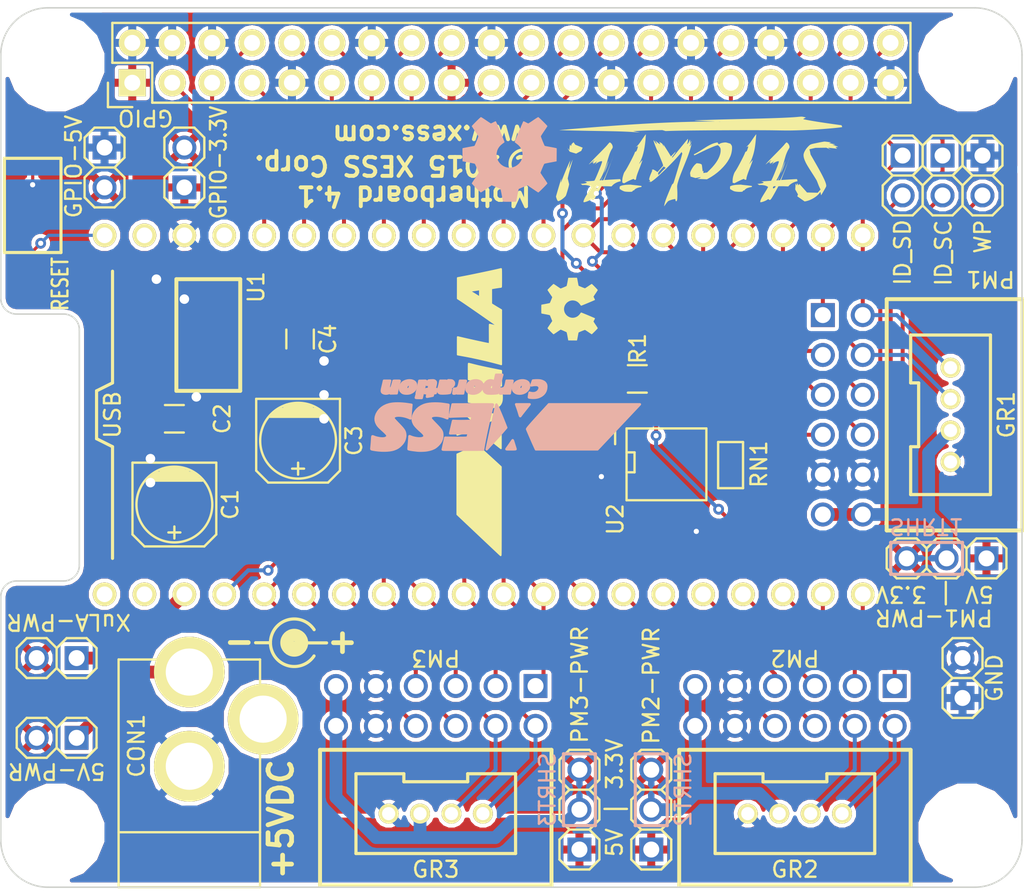
<source format=kicad_pcb>
(kicad_pcb (version 20171130) (host pcbnew "(5.1.12)-1")
  (title_block (title "StickIt! Motherboard / Raspberry Pi B+ Hat") (date "Tuesday, May 12, 2015") (rev 4.1) (company "XESS Corp.") (comment 1 "(c) 2015") (comment 2 CC-BY-SA))
  (layers (0 F.Cu signal) (31 B.Cu signal) (34 B.Paste user hide) (35 F.Paste user hide) (36 B.SilkS user) (37 F.SilkS user) (38 B.Mask user) (39 F.Mask user) (44 Edge.Cuts user))
  (net 0 "")
  (net 1 "Net-(J1-Pad1)")
  (net 2 "Net-(CON1-Pad1)")
  (net 3 "Net-(CON1-Pad3)")
  (net 4 +3.3V)
  (net 5 +5V)
  (net 6 GND)
  (net 7 CHAN6)
  (net 8 CHAN5)
  (net 9 CHAN4)
  (net 10 CHAN2)
  (net 11 CHAN3)
  (net 12 CHAN0)
  (net 13 CHAN1)
  (net 14 CHANCLK)
  (net 15 +5V-XuLA)
  (net 16 CHAN31)
  (net 17 CHAN30)
  (net 18 CHAN29)
  (net 19 CHAN28)
  (net 20 CHAN27)
  (net 21 CHAN26)
  (net 22 CHAN25)
  (net 23 CHAN24)
  (net 24 CHAN23)
  (net 25 CHAN22)
  (net 26 CHAN21)
  (net 27 CHAN20)
  (net 28 CHAN19)
  (net 29 CHAN18)
  (net 30 CHAN17)
  (net 31 CHAN16)
  (net 32 CHAN15)
  (net 33 CHAN7)
  (net 34 CHAN8)
  (net 35 CHAN9)
  (net 36 CHAN10)
  (net 37 CHAN11)
  (net 38 CHAN12)
  (net 39 CHAN13)
  (net 40 CHAN14)
  (net 41 ID_SD)
  (net 42 ID_SC)
  (net 43 +5V-RPi)
  (net 44 +3.3V-RPi)
  (net 45 "Net-(J1-Pad2)")
  (net 46 "Net-(J1-Pad37)")
  (net 47 "Net-(J1-Pad39)")
  (net 48 "Net-(J1-Pad40)")
  (net 49 "Net-(JP8-Pad2)")
  (net 50 "Net-(GR1-Pad3)")
  (net 51 "Net-(GR2-Pad3)")
  (net 52 "Net-(GR3-Pad3)")
  (module Connect:BARREL_JACK (layer F.Cu) (at 12 49 90)
    (fp_text reference CON1 (at 1.502 -3.364 90) (layer F.SilkS))
    (fp_text value BARREL_JACK)
    (pad 1 thru_hole circle (at 6.20014 0 90) (size 4.5 4.5) (drill 3) (layers *.Cu *.Mask F.SilkS) (net 2 "Net-(CON1-Pad1)"))
    (pad 2 thru_hole circle (at 0.20066 0 90) (size 4.5 4.5) (drill 3) (layers *.Cu *.Mask F.SilkS) (net 6 GND))
    (pad 3 thru_hole circle (at 3.2004 4.699 90) (size 4.5 4.5) (drill 3) (layers *.Cu *.Mask F.SilkS) (net 3 "Net-(CON1-Pad3)"))
  )
  (module XESS:CTS_742C043 (layer F.Cu) (at 46.45 29.62)
    (fp_text reference RN1 (at 1.81 -0.0544 90) (layer F.SilkS))
    (fp_text value 3.9K hide)
    (pad 1 smd rect (at -0.4 0.85) (size 0.45 0.9) (layers F.Cu F.Paste F.Mask) (net 4 +3.3V))
    (pad 2 smd rect (at 0.4 0.85) (size 0.45 0.9) (layers F.Cu F.Paste F.Mask) (net 4 +3.3V))
    (pad 3 smd rect (at 0.4 -0.85) (size 0.45 0.9) (layers F.Cu F.Paste F.Mask) (net 41 ID_SD))
    (pad 4 smd rect (at -0.4 -0.85) (size 0.45 0.9) (layers F.Cu F.Paste F.Mask) (net 42 ID_SC))
  )
  (module XESS:xess-JSHORT (layer B.Cu) (at 59.234 35.55 180)
    (fp_text reference J3 hide)
    (fp_text value JSHORTNORMAL hide)
    (fp_line (start 0 0) (end 0.635 0) (layer B.Cu) (width 0.2032))
    (pad 1 smd rect (at 0 0 180) (size 0.4064 0.2032) (layers B.Cu B.Paste B.Mask) (net 50 "Net-(GR1-Pad3)"))
    (pad 2 smd rect (at 0.635 0 180) (size 0.4064 0.2032) (layers B.Cu B.Paste B.Mask) (net 4 +3.3V))
  )
  (module XESS:XuLA_IO_Hdr (layer F.Cu) (at 6.604 37.846 90)
    (fp_text reference J1 hide)
    (fp_text value XuLA_IO_HDR hide)
    (pad 1 thru_hole circle (at 0 0 90) (size 1.5 1.5) (drill 1) (layers *.Cu *.Mask F.SilkS) (net 1 "Net-(J1-Pad1)"))
    (pad 2 thru_hole circle (at 0 2.54 90) (size 1.5 1.5) (drill 1) (layers *.Cu *.Mask F.SilkS) (net 45 "Net-(J1-Pad2)"))
    (pad 3 thru_hole circle (at 0 5.08 90) (size 1.5 1.5) (drill 1) (layers *.Cu *.Mask F.SilkS) (net 15 +5V-XuLA))
    (pad 4 thru_hole circle (at 0 7.62 90) (size 1.5 1.5) (drill 1) (layers *.Cu *.Mask F.SilkS) (net 16 CHAN31))
    (pad 5 thru_hole circle (at 0 10.16 90) (size 1.5 1.5) (drill 1) (layers *.Cu *.Mask F.SilkS) (net 17 CHAN30))
    (pad 6 thru_hole circle (at 0 12.7 90) (size 1.5 1.5) (drill 1) (layers *.Cu *.Mask F.SilkS) (net 18 CHAN29))
    (pad 7 thru_hole circle (at 0 15.24 90) (size 1.5 1.5) (drill 1) (layers *.Cu *.Mask F.SilkS) (net 19 CHAN28))
    (pad 8 thru_hole circle (at 0 17.78 90) (size 1.5 1.5) (drill 1) (layers *.Cu *.Mask F.SilkS) (net 20 CHAN27))
    (pad 9 thru_hole circle (at 0 20.32 90) (size 1.5 1.5) (drill 1) (layers *.Cu *.Mask F.SilkS) (net 21 CHAN26))
    (pad 10 thru_hole circle (at 0 22.86 90) (size 1.5 1.5) (drill 1) (layers *.Cu *.Mask F.SilkS) (net 22 CHAN25))
    (pad 11 thru_hole circle (at 0 25.4 90) (size 1.5 1.5) (drill 1) (layers *.Cu *.Mask F.SilkS) (net 23 CHAN24))
    (pad 12 thru_hole circle (at 0 27.94 90) (size 1.5 1.5) (drill 1) (layers *.Cu *.Mask F.SilkS) (net 24 CHAN23))
    (pad 13 thru_hole circle (at 0 30.48 90) (size 1.5 1.5) (drill 1) (layers *.Cu *.Mask F.SilkS) (net 25 CHAN22))
    (pad 14 thru_hole circle (at 0 33.02 90) (size 1.5 1.5) (drill 1) (layers *.Cu *.Mask F.SilkS) (net 26 CHAN21))
    (pad 15 thru_hole circle (at 0 35.56 90) (size 1.5 1.5) (drill 1) (layers *.Cu *.Mask F.SilkS) (net 27 CHAN20))
    (pad 16 thru_hole circle (at 0 38.1 90) (size 1.5 1.5) (drill 1) (layers *.Cu *.Mask F.SilkS) (net 28 CHAN19))
    (pad 17 thru_hole circle (at 0 40.64 90) (size 1.5 1.5) (drill 1) (layers *.Cu *.Mask F.SilkS) (net 29 CHAN18))
    (pad 18 thru_hole circle (at 0 43.18 90) (size 1.5 1.5) (drill 1) (layers *.Cu *.Mask F.SilkS) (net 30 CHAN17))
    (pad 19 thru_hole circle (at 0 45.72 90) (size 1.5 1.5) (drill 1) (layers *.Cu *.Mask F.SilkS) (net 31 CHAN16))
    (pad 20 thru_hole circle (at 0 48.26 90) (size 1.5 1.5) (drill 1) (layers *.Cu *.Mask F.SilkS) (net 32 CHAN15))
    (pad 21 thru_hole circle (at 22.86 48.26 90) (size 1.5 1.5) (drill 1) (layers *.Cu *.Mask F.SilkS) (net 14 CHANCLK))
    (pad 22 thru_hole circle (at 22.86 45.72 90) (size 1.5 1.5) (drill 1) (layers *.Cu *.Mask F.SilkS) (net 12 CHAN0))
    (pad 23 thru_hole circle (at 22.86 43.18 90) (size 1.5 1.5) (drill 1) (layers *.Cu *.Mask F.SilkS) (net 13 CHAN1))
    (pad 24 thru_hole circle (at 22.86 40.64 90) (size 1.5 1.5) (drill 1) (layers *.Cu *.Mask F.SilkS) (net 10 CHAN2))
    (pad 25 thru_hole circle (at 22.86 38.1 90) (size 1.5 1.5) (drill 1) (layers *.Cu *.Mask F.SilkS) (net 11 CHAN3))
    (pad 26 thru_hole circle (at 22.86 35.56 90) (size 1.5 1.5) (drill 1) (layers *.Cu *.Mask F.SilkS) (net 9 CHAN4))
    (pad 27 thru_hole circle (at 22.86 33.02 90) (size 1.5 1.5) (drill 1) (layers *.Cu *.Mask F.SilkS) (net 8 CHAN5))
    (pad 28 thru_hole circle (at 22.86 30.48 90) (size 1.5 1.5) (drill 1) (layers *.Cu *.Mask F.SilkS) (net 7 CHAN6))
    (pad 29 thru_hole circle (at 22.86 27.94 90) (size 1.5 1.5) (drill 1) (layers *.Cu *.Mask F.SilkS) (net 33 CHAN7))
    (pad 30 thru_hole circle (at 22.86 25.4 90) (size 1.5 1.5) (drill 1) (layers *.Cu *.Mask F.SilkS) (net 34 CHAN8))
    (pad 31 thru_hole circle (at 22.86 22.86 90) (size 1.5 1.5) (drill 1) (layers *.Cu *.Mask F.SilkS) (net 35 CHAN9))
    (pad 32 thru_hole circle (at 22.86 20.32 90) (size 1.5 1.5) (drill 1) (layers *.Cu *.Mask F.SilkS) (net 36 CHAN10))
    (pad 33 thru_hole circle (at 22.86 17.78 90) (size 1.5 1.5) (drill 1) (layers *.Cu *.Mask F.SilkS) (net 37 CHAN11))
    (pad 34 thru_hole circle (at 22.86 15.24 90) (size 1.5 1.5) (drill 1) (layers *.Cu *.Mask F.SilkS) (net 38 CHAN12))
    (pad 35 thru_hole circle (at 22.86 12.7 90) (size 1.5 1.5) (drill 1) (layers *.Cu *.Mask F.SilkS) (net 39 CHAN13))
    (pad 36 thru_hole circle (at 22.86 10.16 90) (size 1.5 1.5) (drill 1) (layers *.Cu *.Mask F.SilkS) (net 40 CHAN14))
    (pad 37 thru_hole circle (at 22.86 7.62 90) (size 1.5 1.5) (drill 1) (layers *.Cu *.Mask F.SilkS) (net 46 "Net-(J1-Pad37)"))
    (pad 38 thru_hole circle (at 22.86 5.08 90) (size 1.5 1.5) (drill 1) (layers *.Cu *.Mask F.SilkS) (net 6 GND))
    (pad 39 thru_hole circle (at 22.86 2.54 90) (size 1.5 1.5) (drill 1) (layers *.Cu *.Mask F.SilkS) (net 47 "Net-(J1-Pad39)"))
    (pad 40 thru_hole circle (at 22.86 0 90) (size 1.5 1.5) (drill 1) (layers *.Cu *.Mask F.SilkS) (net 48 "Net-(J1-Pad40)"))
  )
  (module XESS:SOT-223 (layer F.Cu) (at 13.208 21.336)
    (fp_text reference U1 (at 3.048 -3.048 90) (layer F.SilkS))
    (fp_text value NCV1117)
    (pad 4 smd rect (at 3.302 0 270) (size 3.6576 2.032) (layers F.Cu F.Paste F.Mask) (net 4 +3.3V))
    (pad 2 smd rect (at -3.302 0 270) (size 1.016 2.032) (layers F.Cu F.Paste F.Mask) (net 4 +3.3V))
    (pad 3 smd rect (at -3.302 2.286 270) (size 1.016 2.032) (layers F.Cu F.Paste F.Mask) (net 5 +5V))
    (pad 1 smd rect (at -3.302 -2.286 270) (size 1.016 2.032) (layers F.Cu F.Paste F.Mask) (net 6 GND))
  )
  (module XESS:xess-JSHORT (layer B.Cu) (at 41.39 50.604 90)
    (fp_text reference J4 hide)
    (fp_text value JSHORTNORMAL hide)
    (fp_line (start 0 0) (end 0.635 0) (layer B.Cu) (width 0.2032))
    (pad 1 smd rect (at 0 0 90) (size 0.4064 0.2032) (layers B.Cu B.Paste B.Mask) (net 51 "Net-(GR2-Pad3)"))
    (pad 2 smd rect (at 0.635 0 90) (size 0.4064 0.2032) (layers B.Cu B.Paste B.Mask) (net 4 +3.3V))
  )
  (module XESS:xess-JSHORT (layer B.Cu) (at 36.83 50.614 90)
    (fp_text reference J5 hide)
    (fp_text value JSHORTNORMAL hide)
    (fp_line (start 0 0) (end 0.635 0) (layer B.Cu) (width 0.2032))
    (pad 1 smd rect (at 0 0 90) (size 0.4064 0.2032) (layers B.Cu B.Paste B.Mask) (net 52 "Net-(GR3-Pad3)"))
    (pad 2 smd rect (at 0.635 0 90) (size 0.4064 0.2032) (layers B.Cu B.Paste B.Mask) (net 4 +3.3V))
  )
  (module RPi_Hat:Pin_Header_Straight_2x20 (layer F.Cu) (at 32.5 4 90)
    (fp_text reference GPIO1 hide)
    (fp_text value RPi_GPIO hide)
    (pad 1 thru_hole rect (at -1.27 -24.13 90) (size 1.7272 1.7272) (drill 1.016) (layers *.Cu *.Mask F.SilkS) (net 44 +3.3V-RPi))
    (pad 2 thru_hole oval (at 1.27 -24.13 90) (size 1.7272 1.7272) (drill 1.016) (layers *.Cu *.Mask F.SilkS) (net 43 +5V-RPi))
    (pad 3 thru_hole oval (at -1.27 -21.59 90) (size 1.7272 1.7272) (drill 1.016) (layers *.Cu *.Mask F.SilkS) (net 16 CHAN31))
    (pad 4 thru_hole oval (at 1.27 -21.59 90) (size 1.7272 1.7272) (drill 1.016) (layers *.Cu *.Mask F.SilkS) (net 43 +5V-RPi))
    (pad 5 thru_hole oval (at -1.27 -19.05 90) (size 1.7272 1.7272) (drill 1.016) (layers *.Cu *.Mask F.SilkS) (net 17 CHAN30))
    (pad 6 thru_hole oval (at 1.27 -19.05 90) (size 1.7272 1.7272) (drill 1.016) (layers *.Cu *.Mask F.SilkS) (net 6 GND))
    (pad 7 thru_hole oval (at -1.27 -16.51 90) (size 1.7272 1.7272) (drill 1.016) (layers *.Cu *.Mask F.SilkS) (net 18 CHAN29))
    (pad 8 thru_hole oval (at 1.27 -16.51 90) (size 1.7272 1.7272) (drill 1.016) (layers *.Cu *.Mask F.SilkS) (net 40 CHAN14))
    (pad 9 thru_hole oval (at -1.27 -13.97 90) (size 1.7272 1.7272) (drill 1.016) (layers *.Cu *.Mask F.SilkS) (net 6 GND))
    (pad 10 thru_hole oval (at 1.27 -13.97 90) (size 1.7272 1.7272) (drill 1.016) (layers *.Cu *.Mask F.SilkS) (net 39 CHAN13))
    (pad 11 thru_hole oval (at -1.27 -11.43 90) (size 1.7272 1.7272) (drill 1.016) (layers *.Cu *.Mask F.SilkS) (net 19 CHAN28))
    (pad 12 thru_hole oval (at 1.27 -11.43 90) (size 1.7272 1.7272) (drill 1.016) (layers *.Cu *.Mask F.SilkS) (net 38 CHAN12))
    (pad 13 thru_hole oval (at -1.27 -8.89 90) (size 1.7272 1.7272) (drill 1.016) (layers *.Cu *.Mask F.SilkS) (net 20 CHAN27))
    (pad 14 thru_hole oval (at 1.27 -8.89 90) (size 1.7272 1.7272) (drill 1.016) (layers *.Cu *.Mask F.SilkS) (net 6 GND))
    (pad 15 thru_hole oval (at -1.27 -6.35 90) (size 1.7272 1.7272) (drill 1.016) (layers *.Cu *.Mask F.SilkS) (net 21 CHAN26))
    (pad 16 thru_hole oval (at 1.27 -6.35 90) (size 1.7272 1.7272) (drill 1.016) (layers *.Cu *.Mask F.SilkS) (net 37 CHAN11))
    (pad 17 thru_hole oval (at -1.27 -3.81 90) (size 1.7272 1.7272) (drill 1.016) (layers *.Cu *.Mask F.SilkS) (net 44 +3.3V-RPi))
    (pad 18 thru_hole oval (at 1.27 -3.81 90) (size 1.7272 1.7272) (drill 1.016) (layers *.Cu *.Mask F.SilkS) (net 36 CHAN10))
    (pad 19 thru_hole oval (at -1.27 -1.27 90) (size 1.7272 1.7272) (drill 1.016) (layers *.Cu *.Mask F.SilkS) (net 22 CHAN25))
    (pad 20 thru_hole oval (at 1.27 -1.27 90) (size 1.7272 1.7272) (drill 1.016) (layers *.Cu *.Mask F.SilkS) (net 6 GND))
    (pad 21 thru_hole oval (at -1.27 1.27 90) (size 1.7272 1.7272) (drill 1.016) (layers *.Cu *.Mask F.SilkS) (net 23 CHAN24))
    (pad 22 thru_hole oval (at 1.27 1.27 90) (size 1.7272 1.7272) (drill 1.016) (layers *.Cu *.Mask F.SilkS) (net 35 CHAN9))
    (pad 23 thru_hole oval (at -1.27 3.81 90) (size 1.7272 1.7272) (drill 1.016) (layers *.Cu *.Mask F.SilkS) (net 24 CHAN23))
    (pad 24 thru_hole oval (at 1.27 3.81 90) (size 1.7272 1.7272) (drill 1.016) (layers *.Cu *.Mask F.SilkS) (net 34 CHAN8))
    (pad 25 thru_hole oval (at -1.27 6.35 90) (size 1.7272 1.7272) (drill 1.016) (layers *.Cu *.Mask F.SilkS) (net 6 GND))
    (pad 26 thru_hole oval (at 1.27 6.35 90) (size 1.7272 1.7272) (drill 1.016) (layers *.Cu *.Mask F.SilkS) (net 33 CHAN7))
    (pad 27 thru_hole oval (at -1.27 8.89 90) (size 1.7272 1.7272) (drill 1.016) (layers *.Cu *.Mask F.SilkS) (net 41 ID_SD))
    (pad 28 thru_hole oval (at 1.27 8.89 90) (size 1.7272 1.7272) (drill 1.016) (layers *.Cu *.Mask F.SilkS) (net 42 ID_SC))
    (pad 29 thru_hole oval (at -1.27 11.43 90) (size 1.7272 1.7272) (drill 1.016) (layers *.Cu *.Mask F.SilkS) (net 25 CHAN22))
    (pad 30 thru_hole oval (at 1.27 11.43 90) (size 1.7272 1.7272) (drill 1.016) (layers *.Cu *.Mask F.SilkS) (net 6 GND))
    (pad 31 thru_hole oval (at -1.27 13.97 90) (size 1.7272 1.7272) (drill 1.016) (layers *.Cu *.Mask F.SilkS) (net 8 CHAN5))
    (pad 32 thru_hole oval (at 1.27 13.97 90) (size 1.7272 1.7272) (drill 1.016) (layers *.Cu *.Mask F.SilkS) (net 7 CHAN6))
    (pad 33 thru_hole oval (at -1.27 16.51 90) (size 1.7272 1.7272) (drill 1.016) (layers *.Cu *.Mask F.SilkS) (net 9 CHAN4))
    (pad 34 thru_hole oval (at 1.27 16.51 90) (size 1.7272 1.7272) (drill 1.016) (layers *.Cu *.Mask F.SilkS) (net 6 GND))
    (pad 35 thru_hole oval (at -1.27 19.05 90) (size 1.7272 1.7272) (drill 1.016) (layers *.Cu *.Mask F.SilkS) (net 10 CHAN2))
    (pad 36 thru_hole oval (at 1.27 19.05 90) (size 1.7272 1.7272) (drill 1.016) (layers *.Cu *.Mask F.SilkS) (net 11 CHAN3))
    (pad 37 thru_hole oval (at -1.27 21.59 90) (size 1.7272 1.7272) (drill 1.016) (layers *.Cu *.Mask F.SilkS) (net 12 CHAN0))
    (pad 38 thru_hole oval (at 1.27 21.59 90) (size 1.7272 1.7272) (drill 1.016) (layers *.Cu *.Mask F.SilkS) (net 13 CHAN1))
    (pad 39 thru_hole oval (at -1.27 24.13 90) (size 1.7272 1.7272) (drill 1.016) (layers *.Cu *.Mask F.SilkS) (net 6 GND))
    (pad 40 thru_hole oval (at 1.27 24.13 90) (size 1.7272 1.7272) (drill 1.016) (layers *.Cu *.Mask F.SilkS) (net 14 CHANCLK))
  )
  (module XESS:HDR_1x2 (layer F.Cu) (at 3.556 41.91 180)
    (fp_text reference JP5 hide)
    (fp_text value JUMPER hide)
    (pad 1 thru_hole rect (at -1.27 0 180) (size 1.524 1.524) (drill 1.016) (layers *.Cu *.Mask) (net 15 +5V-XuLA))
    (pad 2 thru_hole circle (at 1.27 0 180) (size 1.524 1.524) (drill 1.016) (layers *.Cu *.Mask) (net 5 +5V))
  )
  (module XESS:HDR_1x2 (layer F.Cu) (at 3.556 46.99 180)
    (fp_text reference JP6 hide)
    (fp_text value JUMPER hide)
    (pad 1 thru_hole rect (at -1.27 0 180) (size 1.524 1.524) (drill 1.016) (layers *.Cu *.Mask) (net 2 "Net-(CON1-Pad1)"))
    (pad 2 thru_hole circle (at 1.27 0 180) (size 1.524 1.524) (drill 1.016) (layers *.Cu *.Mask) (net 5 +5V))
  )
  (module XESS:HDR_1x3 (layer F.Cu) (at 60.198 35.56 180)
    (fp_text reference JP1 hide)
    (fp_text value JUMPER3 hide)
    (pad 1 thru_hole rect (at -2.54 0 180) (size 1.524 1.524) (drill 1.016) (layers *.Cu *.Mask) (net 5 +5V))
    (pad 2 thru_hole circle (at 0 0 180) (size 1.524 1.524) (drill 1.016) (layers *.Cu *.Mask) (net 50 "Net-(GR1-Pad3)"))
    (pad 3 thru_hole circle (at 2.54 0 180) (size 1.524 1.524) (drill 1.016) (layers *.Cu *.Mask) (net 4 +3.3V))
  )
  (module XESS:HDR_1x3 (layer F.Cu) (at 41.402 51.562 90)
    (fp_text reference JP2 hide)
    (fp_text value JUMPER3 hide)
    (pad 1 thru_hole rect (at -2.54 0 90) (size 1.524 1.524) (drill 1.016) (layers *.Cu *.Mask) (net 5 +5V))
    (pad 2 thru_hole circle (at 0 0 90) (size 1.524 1.524) (drill 1.016) (layers *.Cu *.Mask) (net 51 "Net-(GR2-Pad3)"))
    (pad 3 thru_hole circle (at 2.54 0 90) (size 1.524 1.524) (drill 1.016) (layers *.Cu *.Mask) (net 4 +3.3V))
  )
  (module XESS:HDR_1x3 (layer F.Cu) (at 36.83 51.562 90)
    (fp_text reference JP3 hide)
    (fp_text value JUMPER3 hide)
    (pad 1 thru_hole rect (at -2.54 0 90) (size 1.524 1.524) (drill 1.016) (layers *.Cu *.Mask) (net 5 +5V))
    (pad 2 thru_hole circle (at 0 0 90) (size 1.524 1.524) (drill 1.016) (layers *.Cu *.Mask) (net 52 "Net-(GR3-Pad3)"))
    (pad 3 thru_hole circle (at 2.54 0 90) (size 1.524 1.524) (drill 1.016) (layers *.Cu *.Mask) (net 4 +3.3V))
  )
  (module XESS:HDR_1x2 (layer F.Cu) (at 62.484 11.176 270)
    (fp_text reference JP8 hide)
    (fp_text value JUMPER hide)
    (pad 1 thru_hole rect (at -1.27 0 270) (size 1.524 1.524) (drill 1.016) (layers *.Cu *.Mask) (net 6 GND))
    (pad 2 thru_hole circle (at 1.27 0 270) (size 1.524 1.524) (drill 1.016) (layers *.Cu *.Mask) (net 49 "Net-(JP8-Pad2)"))
  )
  (module XESS:HDR_1x2 (layer F.Cu) (at 59.944 11.176 270)
    (fp_text reference JP9 hide)
    (fp_text value JUMPER hide)
    (pad 1 thru_hole rect (at -1.27 0 270) (size 1.524 1.524) (drill 1.016) (layers *.Cu *.Mask) (net 14 CHANCLK))
    (pad 2 thru_hole circle (at 1.27 0 270) (size 1.524 1.524) (drill 1.016) (layers *.Cu *.Mask) (net 42 ID_SC))
  )
  (module XESS:HDR_1x2 (layer F.Cu) (at 57.404 11.176 270)
    (fp_text reference JP10 hide)
    (fp_text value JUMPER hide)
    (pad 1 thru_hole rect (at -1.27 0 270) (size 1.524 1.524) (drill 1.016) (layers *.Cu *.Mask) (net 12 CHAN0))
    (pad 2 thru_hole circle (at 1.27 0 270) (size 1.524 1.524) (drill 1.016) (layers *.Cu *.Mask) (net 41 ID_SD))
  )
  (module SMD_Packages:SOIC-8-N (layer F.Cu) (at 42.37 29.57)
    (fp_text reference U2 (at -3.254 3.5008 90) (layer F.SilkS))
    (fp_text value CAT24C32)
    (pad 8 smd rect (at -1.905 -3.175) (size 0.508 1.143) (layers F.Cu F.Paste F.Mask) (net 4 +3.3V))
    (pad 7 smd rect (at -0.635 -3.175) (size 0.508 1.143) (layers F.Cu F.Paste F.Mask) (net 49 "Net-(JP8-Pad2)"))
    (pad 6 smd rect (at 0.635 -3.175) (size 0.508 1.143) (layers F.Cu F.Paste F.Mask) (net 42 ID_SC))
    (pad 5 smd rect (at 1.905 -3.175) (size 0.508 1.143) (layers F.Cu F.Paste F.Mask) (net 41 ID_SD))
    (pad 4 smd rect (at 1.905 3.175) (size 0.508 1.143) (layers F.Cu F.Paste F.Mask) (net 6 GND))
    (pad 3 smd rect (at 0.635 3.175) (size 0.508 1.143) (layers F.Cu F.Paste F.Mask) (net 6 GND))
    (pad 2 smd rect (at -0.635 3.175) (size 0.508 1.143) (layers F.Cu F.Paste F.Mask) (net 6 GND))
    (pad 1 smd rect (at -1.905 3.175) (size 0.508 1.143) (layers F.Cu F.Paste F.Mask) (net 6 GND))
  )
  (module XESS:HDR_1x2 (layer F.Cu) (at 6.604 10.668 270)
    (fp_text reference JP4 hide)
    (fp_text value JUMPER hide)
    (pad 1 thru_hole rect (at -1.27 0 270) (size 1.524 1.524) (drill 1.016) (layers *.Cu *.Mask) (net 43 +5V-RPi))
    (pad 2 thru_hole circle (at 1.27 0 270) (size 1.524 1.524) (drill 1.016) (layers *.Cu *.Mask) (net 5 +5V))
  )
  (module XESS:HDR_1x2 (layer F.Cu) (at 11.684 10.668 90)
    (fp_text reference JP7 hide)
    (fp_text value JUMPER hide)
    (pad 1 thru_hole rect (at -1.27 0 90) (size 1.524 1.524) (drill 1.016) (layers *.Cu *.Mask) (net 4 +3.3V))
    (pad 2 thru_hole circle (at 1.27 0 90) (size 1.524 1.524) (drill 1.016) (layers *.Cu *.Mask) (net 44 +3.3V-RPi))
  )
  (module RPi_Hat:RPi_Hat_Mounting_Hole (layer F.Cu) (at 3.5 4)
    (fp_text reference "" hide)
    (fp_text value "" hide)
    (pad "" np_thru_hole circle (at 0 0) (size 2.75 2.75) (drill 2.75) (layers *.Cu *.Mask) (clearance 1.725))
  )
  (module RPi_Hat:RPi_Hat_Mounting_Hole (layer F.Cu) (at 3.5 53)
    (fp_text reference "" hide)
    (fp_text value "" hide)
    (pad "" np_thru_hole circle (at 0 0) (size 2.75 2.75) (drill 2.75) (layers *.Cu *.Mask) (clearance 1.725))
  )
  (module RPi_Hat:RPi_Hat_Mounting_Hole (layer F.Cu) (at 61.5 53)
    (fp_text reference "" hide)
    (fp_text value "" hide)
    (pad "" np_thru_hole circle (at 0 0) (size 2.75 2.75) (drill 2.75) (layers *.Cu *.Mask) (clearance 1.725))
  )
  (module RPi_Hat:RPi_Hat_Mounting_Hole (layer F.Cu) (at 61.5 4)
    (fp_text reference "" hide)
    (fp_text value "" hide)
    (pad "" np_thru_hole circle (at 0 0) (size 2.75 2.75) (drill 2.75) (layers *.Cu *.Mask) (clearance 1.725))
  )
  (module XESS:HDR_1x2 (layer F.Cu) (at 61.214 43.18 90)
    (fp_text reference TP1 hide)
    (fp_text value JUMPER hide)
    (pad 1 thru_hole rect (at -1.27 0 90) (size 1.524 1.524) (drill 1.016) (layers *.Cu *.Mask) (net 6 GND))
    (pad 2 thru_hole circle (at 1.27 0 90) (size 1.524 1.524) (drill 1.016) (layers *.Cu *.Mask) (net 6 GND))
  )
  (module XESS:PMOD_SCKT-12 (layer F.Cu) (at 27.686 44.958 270)
    (fp_text reference PM3 hide)
    (fp_text value PMOD_SCKT-12 hide)
    (pad 9 thru_hole circle (at 1.27 -1.27 180) (size 1.524 1.524) (drill 1.016) (layers *.Cu *.Mask) (net 19 CHAN28))
    (pad 1 thru_hole rect (at -1.27 -6.35 270) (size 1.524 1.524) (drill 1.016) (layers *.Cu *.Mask) (net 24 CHAN23))
    (pad 3 thru_hole circle (at -1.27 -1.27 180) (size 1.524 1.524) (drill 1.016) (layers *.Cu *.Mask) (net 20 CHAN27))
    (pad 5 thru_hole circle (at -1.27 3.81 180) (size 1.524 1.524) (drill 1.016) (layers *.Cu *.Mask) (net 6 GND))
    (pad 7 thru_hole circle (at 1.27 -6.35 180) (size 1.524 1.524) (drill 1.016) (layers *.Cu *.Mask) (net 23 CHAN24))
    (pad 11 thru_hole circle (at 1.27 3.81 180) (size 1.524 1.524) (drill 1.016) (layers *.Cu *.Mask) (net 6 GND))
    (pad 10 thru_hole circle (at 1.27 1.27 180) (size 1.524 1.524) (drill 1.016) (layers *.Cu *.Mask) (net 17 CHAN30))
    (pad 2 thru_hole circle (at -1.27 -3.81 180) (size 1.524 1.524) (drill 1.016) (layers *.Cu *.Mask) (net 22 CHAN25))
    (pad 4 thru_hole circle (at -1.27 1.27 180) (size 1.524 1.524) (drill 1.016) (layers *.Cu *.Mask) (net 18 CHAN29))
    (pad 6 thru_hole circle (at -1.27 6.35 180) (size 1.524 1.524) (drill 1.016) (layers *.Cu *.Mask) (net 52 "Net-(GR3-Pad3)"))
    (pad 8 thru_hole circle (at 1.27 -3.81 180) (size 1.524 1.524) (drill 1.016) (layers *.Cu *.Mask) (net 21 CHAN26))
    (pad 12 thru_hole circle (at 1.27 6.35 180) (size 1.524 1.524) (drill 1.016) (layers *.Cu *.Mask) (net 52 "Net-(GR3-Pad3)"))
  )
  (module XESS:PMOD_SCKT-12 (layer F.Cu) (at 50.546 44.958 270)
    (fp_text reference PM2 hide)
    (fp_text value PMOD_SCKT-12 hide)
    (pad 9 thru_hole circle (at 1.27 -1.27 180) (size 1.524 1.524) (drill 1.016) (layers *.Cu *.Mask) (net 27 CHAN20))
    (pad 1 thru_hole rect (at -1.27 -6.35 270) (size 1.524 1.524) (drill 1.016) (layers *.Cu *.Mask) (net 32 CHAN15))
    (pad 3 thru_hole circle (at -1.27 -1.27 180) (size 1.524 1.524) (drill 1.016) (layers *.Cu *.Mask) (net 28 CHAN19))
    (pad 5 thru_hole circle (at -1.27 3.81 180) (size 1.524 1.524) (drill 1.016) (layers *.Cu *.Mask) (net 6 GND))
    (pad 7 thru_hole circle (at 1.27 -6.35 180) (size 1.524 1.524) (drill 1.016) (layers *.Cu *.Mask) (net 31 CHAN16))
    (pad 11 thru_hole circle (at 1.27 3.81 180) (size 1.524 1.524) (drill 1.016) (layers *.Cu *.Mask) (net 6 GND))
    (pad 10 thru_hole circle (at 1.27 1.27 180) (size 1.524 1.524) (drill 1.016) (layers *.Cu *.Mask) (net 25 CHAN22))
    (pad 2 thru_hole circle (at -1.27 -3.81 180) (size 1.524 1.524) (drill 1.016) (layers *.Cu *.Mask) (net 30 CHAN17))
    (pad 4 thru_hole circle (at -1.27 1.27 180) (size 1.524 1.524) (drill 1.016) (layers *.Cu *.Mask) (net 26 CHAN21))
    (pad 6 thru_hole circle (at -1.27 6.35 180) (size 1.524 1.524) (drill 1.016) (layers *.Cu *.Mask) (net 51 "Net-(GR2-Pad3)"))
    (pad 8 thru_hole circle (at 1.27 -3.81 180) (size 1.524 1.524) (drill 1.016) (layers *.Cu *.Mask) (net 29 CHAN18))
    (pad 12 thru_hole circle (at 1.27 6.35 180) (size 1.524 1.524) (drill 1.016) (layers *.Cu *.Mask) (net 51 "Net-(GR2-Pad3)"))
  )
  (module XESS:PMOD_SCKT-12 (layer F.Cu) (at 53.594 26.416)
    (fp_text reference PM1 hide)
    (fp_text value PMOD_SCKT-12 hide)
    (pad 9 thru_hole circle (at 1.27 -1.27 270) (size 1.524 1.524) (drill 1.016) (layers *.Cu *.Mask) (net 11 CHAN3))
    (pad 1 thru_hole rect (at -1.27 -6.35) (size 1.524 1.524) (drill 1.016) (layers *.Cu *.Mask) (net 12 CHAN0))
    (pad 3 thru_hole circle (at -1.27 -1.27 270) (size 1.524 1.524) (drill 1.016) (layers *.Cu *.Mask) (net 9 CHAN4))
    (pad 5 thru_hole circle (at -1.27 3.81 270) (size 1.524 1.524) (drill 1.016) (layers *.Cu *.Mask) (net 6 GND))
    (pad 7 thru_hole circle (at 1.27 -6.35 270) (size 1.524 1.524) (drill 1.016) (layers *.Cu *.Mask) (net 14 CHANCLK))
    (pad 11 thru_hole circle (at 1.27 3.81 270) (size 1.524 1.524) (drill 1.016) (layers *.Cu *.Mask) (net 6 GND))
    (pad 10 thru_hole circle (at 1.27 1.27 270) (size 1.524 1.524) (drill 1.016) (layers *.Cu *.Mask) (net 8 CHAN5))
    (pad 2 thru_hole circle (at -1.27 -3.81 270) (size 1.524 1.524) (drill 1.016) (layers *.Cu *.Mask) (net 10 CHAN2))
    (pad 4 thru_hole circle (at -1.27 1.27 270) (size 1.524 1.524) (drill 1.016) (layers *.Cu *.Mask) (net 7 CHAN6))
    (pad 6 thru_hole circle (at -1.27 6.35 270) (size 1.524 1.524) (drill 1.016) (layers *.Cu *.Mask) (net 50 "Net-(GR1-Pad3)"))
    (pad 8 thru_hole circle (at 1.27 -3.81 270) (size 1.524 1.524) (drill 1.016) (layers *.Cu *.Mask) (net 13 CHAN1))
    (pad 12 thru_hole circle (at 1.27 6.35 270) (size 1.524 1.524) (drill 1.016) (layers *.Cu *.Mask) (net 50 "Net-(GR1-Pad3)"))
  )
  (module XESS:RS-282G05A3-SM_RT (layer F.Cu) (at 2.032 13.081 90)
    (fp_text reference SW1 hide)
    (fp_text value SW_PUSH hide)
    (pad 2 smd rect (at 3.9 0 90) (size 1.5 1.5) (layers F.Cu F.Paste F.Mask) (net 6 GND))
    (pad 1 smd rect (at -3.9 0 90) (size 1.5 1.5) (layers F.Cu F.Paste F.Mask) (net 48 "Net-(J1-Pad40)"))
  )
  (module Capacitors_SMD:c_elec_5x5.3 (layer F.Cu) (at 18.923 28.067 270)
    (fp_text reference C3 (at 0 -3.556 270) (layer F.SilkS))
    (fp_text value 22uF)
    (pad 1 smd rect (at 2.19964 0 270) (size 2.99974 1.6002) (layers F.Cu F.Paste F.Mask) (net 4 +3.3V))
    (pad 2 smd rect (at -2.19964 0 270) (size 2.99974 1.6002) (layers F.Cu F.Paste F.Mask) (net 6 GND))
  )
  (module Capacitors_SMD:c_elec_5x5.3 (layer F.Cu) (at 11.049 32.131 270)
    (fp_text reference C1 (at 0 -3.556 270) (layer F.SilkS))
    (fp_text value 22uF)
    (pad 1 smd rect (at 2.19964 0 270) (size 2.99974 1.6002) (layers F.Cu F.Paste F.Mask) (net 5 +5V))
    (pad 2 smd rect (at -2.19964 0 270) (size 2.99974 1.6002) (layers F.Cu F.Paste F.Mask) (net 6 GND))
  )
  (module Resistors_SMD:R_0805_HandSoldering (layer F.Cu) (at 11.049 26.67)
    (fp_text reference C2 (at 3.048 0 90) (layer F.SilkS))
    (fp_text value 4.7uF)
    (pad 1 smd rect (at -1.35 0) (size 1.5 1.3) (layers F.Cu F.Paste F.Mask) (net 5 +5V))
    (pad 2 smd rect (at 1.35 0) (size 1.5 1.3) (layers F.Cu F.Paste F.Mask) (net 6 GND))
  )
  (module Resistors_SMD:R_0805_HandSoldering (layer F.Cu) (at 19.05 21.59 270)
    (fp_text reference C4 (at 0 -1.778 270) (layer F.SilkS))
    (fp_text value 4.7uF)
    (pad 1 smd rect (at -1.35 0 270) (size 1.5 1.3) (layers F.Cu F.Paste F.Mask) (net 4 +3.3V))
    (pad 2 smd rect (at 1.35 0 270) (size 1.5 1.3) (layers F.Cu F.Paste F.Mask) (net 6 GND))
  )
  (module Resistors_SMD:R_0805_HandSoldering (layer F.Cu) (at 38.227 27.686 270)
    (fp_text reference C5 (at 0.0508 1.651 270) (layer F.SilkS))
    (fp_text value 0.1uF)
    (pad 1 smd rect (at -1.35 0 270) (size 1.5 1.3) (layers F.Cu F.Paste F.Mask) (net 4 +3.3V))
    (pad 2 smd rect (at 1.35 0 270) (size 1.5 1.3) (layers F.Cu F.Paste F.Mask) (net 6 GND))
  )
  (module Resistors_SMD:R_0805_HandSoldering (layer F.Cu) (at 40.513 24.13)
    (fp_text reference R1 (at 0.0254 -1.9304 90) (layer F.SilkS))
    (fp_text value 1K)
    (pad 1 smd rect (at -1.35 0) (size 1.5 1.3) (layers F.Cu F.Paste F.Mask) (net 4 +3.3V))
    (pad 2 smd rect (at 1.35 0) (size 1.5 1.3) (layers F.Cu F.Paste F.Mask) (net 49 "Net-(JP8-Pad2)"))
  )
  (module XESS:GROVE_MALE (layer F.Cu) (at 60.452 26.416 270)
    (fp_text reference GR1 (at 0 -3.556 270) (layer F.SilkS) (effects (font (size 1.016 1.016) (thickness 0.1524))))
    (fp_text value Grove hide)
    (pad 3 thru_hole circle (at 1.00076 0 270) (size 1.27 1.27) (drill 0.8382) (layers *.Cu *.Mask F.SilkS) (net 50 "Net-(GR1-Pad3)"))
    (pad 2 thru_hole circle (at -1.00076 0 270) (size 1.27 1.27) (drill 0.8382) (layers *.Cu *.Mask F.SilkS) (net 13 CHAN1))
    (pad 4 thru_hole circle (at 2.99974 0 270) (size 1.27 1.27) (drill 0.8382) (layers *.Cu *.Mask F.SilkS) (net 6 GND))
    (pad 1 thru_hole circle (at -2.99974 0 270) (size 1.27 1.27) (drill 0.8382) (layers *.Cu *.Mask F.SilkS) (net 14 CHANCLK))
  )
  (module XESS:GROVE_MALE (layer F.Cu) (at 50.546 51.816 180)
    (fp_text reference GR2 (at 0 -3.556) (layer F.SilkS) (effects (font (size 1.016 1.016) (thickness 0.1524))))
    (fp_text value Grove hide)
    (pad 3 thru_hole circle (at 1.00076 0 180) (size 1.27 1.27) (drill 0.8382) (layers *.Cu *.Mask F.SilkS) (net 51 "Net-(GR2-Pad3)"))
    (pad 2 thru_hole circle (at -1.00076 0 180) (size 1.27 1.27) (drill 0.8382) (layers *.Cu *.Mask F.SilkS) (net 29 CHAN18))
    (pad 4 thru_hole circle (at 2.99974 0 180) (size 1.27 1.27) (drill 0.8382) (layers *.Cu *.Mask F.SilkS) (net 6 GND))
    (pad 1 thru_hole circle (at -2.99974 0 180) (size 1.27 1.27) (drill 0.8382) (layers *.Cu *.Mask F.SilkS) (net 31 CHAN16))
  )
  (module XESS:GROVE_MALE (layer F.Cu) (at 27.686 51.816 180)
    (fp_text reference GR3 (at 0 -3.556) (layer F.SilkS) (effects (font (size 1.016 1.016) (thickness 0.1524))))
    (fp_text value Grove hide)
    (pad 3 thru_hole circle (at 1.00076 0 180) (size 1.27 1.27) (drill 0.8382) (layers *.Cu *.Mask F.SilkS) (net 52 "Net-(GR3-Pad3)"))
    (pad 2 thru_hole circle (at -1.00076 0 180) (size 1.27 1.27) (drill 0.8382) (layers *.Cu *.Mask F.SilkS) (net 21 CHAN26))
    (pad 4 thru_hole circle (at 2.99974 0 180) (size 1.27 1.27) (drill 0.8382) (layers *.Cu *.Mask F.SilkS) (net 6 GND))
    (pad 1 thru_hole circle (at -2.99974 0 180) (size 1.27 1.27) (drill 0.8382) (layers *.Cu *.Mask F.SilkS) (net 23 CHAN24))
  )
  (module XESS:xesscorp2 (layer B.Cu) (at 32.131 26.289)
    (fp_text reference "" (at 0 0) (layer B.SilkS) (effects (font (size 1.524 1.524)) (justify mirror)))
    (fp_text value "" (at 0 0) (layer B.SilkS) (effects (font (size 1.524 1.524)) (justify mirror)))
  )
  (module "XESS Logos:oshw_logo_6mm" (layer B.Cu) (at 32.385 10.16)
    (fp_text reference "" hide)
    (fp_text value "" hide)
  )
  (module "XESS Logos:stickit_logo_18mm" (layer F.Cu) (at 44.45 10.287 180)
    (fp_text reference "" hide)
    (fp_text value "" hide)
  )
  (module "XESS Logos:LOGO-XULA-18x3" (layer F.Cu) (at 30.48 26.035 90)
    (fp_text reference G*** hide)
    (fp_text value LOGO hide)
  )
  (module "XESS Logos:oshw_logo_4mm" (layer F.Cu) (at 36.195 19.685 90)
    (fp_text reference "" hide)
    (fp_text value "" hide)
  )
  (gr_text GND (at 63.246 43.18 90) (layer F.SilkS) (effects (font (size 1 1))))
  (gr_text PM1 (at 62.992 17.78 180) (layer F.SilkS) (effects (font (size 1 1))))
  (gr_text PM2 (at 50.546 41.91 180) (layer F.SilkS) (effects (font (size 1 1))))
  (gr_text PM3 (at 27.686 41.91 180) (layer F.SilkS) (effects (font (size 1 1))))
  (gr_text GPIO (at 9.22 7.51 180) (layer F.SilkS) (effects (font (size 1 1))))
  (gr_circle (center 33.3 10.43) (end 34.15 10.68) (layer F.SilkS) (width 0.2))
  (gr_text "Motherboard 4.1\nc 2015 XESS Corp.\nwww.xess.com" (at 33.88 10.54 180) (layer F.SilkS) (effects (font (size 1.2 1.2) (thickness 0.25)) (justify left)))
  (gr_text SHRT3 (at 34.798 50.292 90) (layer B.SilkS) (effects (font (size 1 1)) (justify mirror)))
  (gr_text SHRT2 (at 43.434 50.292 90) (layer B.SilkS) (effects (font (size 1 1)) (justify mirror)))
  (gr_text SHRT1 (at 58.928 33.528 180) (layer B.SilkS) (effects (font (size 1 1)) (justify mirror)))
  (gr_line (start 35.814 48.006) (end 35.814 52.578) (angle 90) (layer B.SilkS) (width 0.2))
  (gr_line (start 37.846 48.006) (end 35.814 48.006) (angle 90) (layer B.SilkS) (width 0.2))
  (gr_line (start 37.846 52.578) (end 37.846 48.006) (angle 90) (layer B.SilkS) (width 0.2))
  (gr_line (start 35.814 52.578) (end 37.846 52.578) (angle 90) (layer B.SilkS) (width 0.2))
  (gr_line (start 42.418 48.006) (end 40.386 48.006) (angle 90) (layer B.SilkS) (width 0.2))
  (gr_line (start 42.418 52.578) (end 42.418 48.006) (angle 90) (layer B.SilkS) (width 0.2))
  (gr_line (start 40.386 52.578) (end 42.418 52.578) (angle 90) (layer B.SilkS) (width 0.2))
  (gr_line (start 40.386 48.006) (end 40.386 52.578) (angle 90) (layer B.SilkS) (width 0.2))
  (gr_line (start 61.214 36.576) (end 56.642 36.576) (angle 90) (layer B.SilkS) (width 0.2))
  (gr_line (start 61.214 34.544) (end 61.214 36.576) (angle 90) (layer B.SilkS) (width 0.2))
  (gr_line (start 56.642 34.544) (end 61.214 34.544) (angle 90) (layer B.SilkS) (width 0.2))
  (gr_line (start 56.642 36.576) (end 56.642 34.544) (angle 90) (layer B.SilkS) (width 0.2))
  (gr_text USB (at 7.112 26.416 90) (layer F.SilkS) (effects (font (size 1 1))))
  (gr_line (start 7.112 28.448) (end 7.112 35.56) (angle 90) (layer F.SilkS) (width 0.2))
  (gr_line (start 6.096 27.94) (end 7.112 28.448) (angle 90) (layer F.SilkS) (width 0.2))
  (gr_line (start 6.096 24.892) (end 6.096 27.94) (angle 90) (layer F.SilkS) (width 0.2))
  (gr_line (start 7.112 24.384) (end 6.096 24.892) (angle 90) (layer F.SilkS) (width 0.2))
  (gr_line (start 7.112 17.272) (end 7.112 24.384) (angle 90) (layer F.SilkS) (width 0.2))
  (gr_text WP (at 62.5 13.9 90) (layer F.SilkS) (effects (font (size 1 1)) (justify right)))
  (gr_text ID_SD (at 57.4 13.88 90) (layer F.SilkS) (effects (font (size 1 1)) (justify right)))
  (gr_text ID_SC (at 60 13.92 90) (layer F.SilkS) (effects (font (size 1 1)) (justify right)))
  (gr_text PM1-PWR (at 59.394 39.34 180) (layer F.SilkS) (effects (font (size 1 1))))
  (gr_text PM2-PWR (at 41.402 47.498 90) (layer F.SilkS) (effects (font (size 1 1)) (justify left)))
  (gr_text PM3-PWR (at 36.85 47.434 90) (layer F.SilkS) (effects (font (size 1 1)) (justify left)))
  (gr_text GPIO-5V (at 4.64 10.61 90) (layer F.SilkS) (effects (font (size 1 1))))
  (gr_text GPIO-3.3V (at 13.86 10.35 90) (layer F.SilkS) (effects (font (size 1 0.9))))
  (gr_text 5V-PWR (at 3.556 49.1236 180) (layer F.SilkS) (effects (font (size 1 1))))
  (gr_text XuLA-PWR (at 4.318 39.624 180) (layer F.SilkS) (effects (font (size 1 1))))
  (gr_text - (at 15.178 40.812) (layer F.SilkS) (effects (font (size 1.5 1.5) (thickness 0.3))))
  (gr_text + (at 21.748 40.822) (layer F.SilkS) (effects (font (size 1.5 1.5) (thickness 0.3))))
  (gr_line (start 16.218 40.932) (end 17.168 40.932) (layer F.SilkS) (width 0.2))
  (gr_line (start 18.638 40.942) (end 20.738 40.942) (layer F.SilkS) (width 0.2))
  (gr_arc (start 18.678 40.932) (end 19.938 41.772) (angle 293.0350184) (layer F.SilkS) (width 0.2))
  (gr_circle (center 18.678 40.932) (end 19.128 40.742) (layer F.SilkS) (width 0.8))
  (gr_text +5VDC (at 17.8308 52.1716 90) (layer F.SilkS) (effects (font (size 1.5 1.5) (thickness 0.3))))
  (gr_text "5V | 3.3V" (at 59.436 37.846 180) (layer F.SilkS) (effects (font (size 1 1))))
  (gr_text "5V | 3.3V" (at 39.0652 50.8 90) (layer F.SilkS) (effects (font (size 1 1))))
  (gr_text RESET (at 3.7846 18.08988 90) (layer F.SilkS) (effects (font (size 1 0.75))))
  (gr_arc (start 62 3.5) (end 62 0.5) (angle 90) (layer Edge.Cuts) (width 0.1))
  (gr_line (start 3 0.5) (end 62 0.5) (angle 90) (layer Edge.Cuts) (width 0.1))
  (gr_arc (start 3 3.5) (end 0 3.5) (angle 90) (layer Edge.Cuts) (width 0.1))
  (gr_arc (start 1 38) (end 0 38) (angle 90) (layer Edge.Cuts) (width 0.1))
  (gr_arc (start 4 36) (end 5 36) (angle 90) (layer Edge.Cuts) (width 0.1))
  (gr_arc (start 4 21) (end 4 20) (angle 90) (layer Edge.Cuts) (width 0.1))
  (gr_arc (start 1 19) (end 1 20) (angle 90) (layer Edge.Cuts) (width 0.1))
  (gr_arc (start 62 53.5) (end 65 53.5) (angle 90) (layer Edge.Cuts) (width 0.1))
  (gr_arc (start 3 53.5) (end 3 56.5) (angle 90) (layer Edge.Cuts) (width 0.1))
  (gr_line (start 0 38) (end 0 53.5) (layer Edge.Cuts) (width 0.1))
  (gr_line (start 0 3.5) (end 0 19) (layer Edge.Cuts) (width 0.1))
  (gr_line (start 1 37) (end 4 37) (layer Edge.Cuts) (width 0.1))
  (gr_line (start 1 20) (end 4 20) (layer Edge.Cuts) (width 0.1))
  (gr_line (start 5 21) (end 5 36) (layer Edge.Cuts) (width 0.1))
  (gr_line (start 3 56.5) (end 62 56.5) (angle 90) (layer Edge.Cuts) (width 0.1))
  (gr_line (start 65 3.5) (end 65 53.5) (angle 90) (layer Edge.Cuts) (width 0.1))
  (segment (start 9.01614 42.79986) (end 4.826 46.99) (width 0.8128) (layer F.Cu) (net 2))
  (segment (start 12 42.79986) (end 9.01614 42.79986) (width 0.8128) (layer F.Cu) (net 2))
  (segment (start 58.589 35.56) (end 58.599 35.55) (width 0.4064) (layer B.Cu) (net 4))
  (segment (start 57.658 35.56) (end 58.589 35.56) (width 0.4064) (layer B.Cu) (net 4))
  (segment (start 41.402 49.957) (end 41.39 49.969) (width 0.4064) (layer B.Cu) (net 4))
  (segment (start 41.402 49.022) (end 41.402 49.957) (width 0.4064) (layer B.Cu) (net 4))
  (segment (start 36.83 49.979) (end 36.83 49.022) (width 0.4064) (layer B.Cu) (net 4))
  (segment (start 38.227 28.956) (end 38.227 29.868067) (width 0.254) (layer F.Cu) (net 6))
  (segment (start 38.227 29.868067) (end 38.227 30.353) (width 0.254) (layer F.Cu) (net 6))
  (via (at 38.227 30.353) (size 0.6858) (drill 0.3302) (layers F.Cu B.Cu) (net 6))
  (segment (start 19.09064 25.86736) (end 19.812 25.146) (width 0.4064) (layer F.Cu) (net 6))
  (segment (start 19.812 25.146) (end 20.574 25.146) (width 0.4064) (layer F.Cu) (net 6))
  (via (at 20.574 25.146) (size 1.016) (drill 0.6096) (layers F.Cu B.Cu) (net 6))
  (segment (start 18.923 25.86736) (end 19.09064 25.86736) (width 0.4064) (layer F.Cu) (net 6))
  (segment (start 18.923 25.86736) (end 19.72564 26.67) (width 0.4064) (layer F.Cu) (net 6))
  (segment (start 19.72564 26.67) (end 20.342864 26.67) (width 0.4064) (layer F.Cu) (net 6))
  (segment (start 20.342864 26.67) (end 20.574 26.438864) (width 0.4064) (layer F.Cu) (net 6))
  (segment (start 20.574 26.438864) (end 20.574 26.67) (width 0.4064) (layer F.Cu) (net 6))
  (via (at 20.574 26.67) (size 1.016) (drill 0.6096) (layers F.Cu B.Cu) (net 6))
  (segment (start 19.05 22.94) (end 20.527 22.94) (width 0.4064) (layer F.Cu) (net 6))
  (via (at 20.574 22.987) (size 1.016) (drill 0.6096) (layers F.Cu B.Cu) (net 6))
  (segment (start 20.527 22.94) (end 20.574 22.987) (width 0.4064) (layer F.Cu) (net 6))
  (segment (start 12.43 25.288994) (end 12.446 25.272994) (width 0.4064) (layer F.Cu) (net 6))
  (segment (start 12.43 26.67) (end 12.43 25.288994) (width 0.4064) (layer F.Cu) (net 6))
  (via (at 12.446 25.272994) (size 1.016) (drill 0.6096) (layers F.Cu B.Cu) (net 6))
  (segment (start 2.032 11.760198) (end 2.026918 11.76528) (width 0.2032) (layer F.Cu) (net 6))
  (segment (start 2.032 9.181) (end 2.032 11.760198) (width 0.2032) (layer F.Cu) (net 6))
  (via (at 2.026918 11.76528) (size 0.6858) (drill 0.3302) (layers F.Cu B.Cu) (net 6))
  (segment (start 44.275 32.745) (end 44.275 33.835) (width 0.254) (layer F.Cu) (net 6))
  (segment (start 44.275 33.835) (end 44.27 33.84) (width 0.254) (layer F.Cu) (net 6))
  (via (at 44.27 33.84) (size 0.6858) (drill 0.3302) (layers F.Cu B.Cu) (net 6))
  (segment (start 43.005 32.745) (end 44.275 32.745) (width 0.254) (layer F.Cu) (net 6))
  (segment (start 41.735 32.745) (end 43.005 32.745) (width 0.254) (layer F.Cu) (net 6))
  (segment (start 40.465 32.745) (end 41.735 32.745) (width 0.254) (layer F.Cu) (net 6))
  (segment (start 11.049 29.94914) (end 11.07186 29.94914) (width 0.4064) (layer F.Cu) (net 6))
  (segment (start 11.02614 29.94914) (end 10.287 29.21) (width 0.4064) (layer F.Cu) (net 6))
  (segment (start 10.287 29.21) (end 9.525 29.21) (width 0.4064) (layer F.Cu) (net 6))
  (via (at 9.525 29.21) (size 1.016) (drill 0.6096) (layers F.Cu B.Cu) (net 6))
  (segment (start 11.049 29.94914) (end 11.02614 29.94914) (width 0.4064) (layer F.Cu) (net 6))
  (segment (start 11.049 29.972) (end 10.287 30.734) (width 0.4064) (layer F.Cu) (net 6))
  (segment (start 10.287 30.734) (end 9.525 30.734) (width 0.4064) (layer F.Cu) (net 6))
  (via (at 9.525 30.734) (size 1.016) (drill 0.6096) (layers F.Cu B.Cu) (net 6))
  (segment (start 11.049 29.94914) (end 11.049 29.972) (width 0.4064) (layer F.Cu) (net 6))
  (segment (start 9.906 19.05) (end 11.684 19.05) (width 0.4064) (layer F.Cu) (net 6))
  (via (at 11.684 19.05) (size 1.016) (drill 0.6096) (layers F.Cu B.Cu) (net 6))
  (segment (start 9.906 19.05) (end 9.906 17.78) (width 0.4064) (layer F.Cu) (net 6))
  (via (at 9.906 17.78) (size 1.016) (drill 0.6096) (layers F.Cu B.Cu) (net 6))
  (segment (start 46.47 2.73) (end 45.212 3.988) (width 0.254) (layer F.Cu) (net 7))
  (segment (start 38.875401 13.956599) (end 38.113401 13.956599) (width 0.254) (layer F.Cu) (net 7))
  (segment (start 45.212 3.988) (end 45.212 7.62) (width 0.254) (layer F.Cu) (net 7))
  (segment (start 45.212 7.62) (end 38.875401 13.956599) (width 0.254) (layer F.Cu) (net 7))
  (segment (start 38.113401 13.956599) (end 37.084 14.986) (width 0.254) (layer F.Cu) (net 7))
  (segment (start 37.084 14.986) (end 38.1635 16.0655) (width 0.254) (layer F.Cu) (net 7))
  (segment (start 38.1635 16.0655) (end 38.989 16.0655) (width 0.254) (layer F.Cu) (net 7))
  (segment (start 38.989 16.0655) (end 50.6095 27.686) (width 0.254) (layer F.Cu) (net 7))
  (segment (start 50.6095 27.686) (end 52.324 27.686) (width 0.254) (layer F.Cu) (net 7))
  (segment (start 39.624 14.986) (end 51.054 26.416) (width 0.254) (layer F.Cu) (net 8))
  (segment (start 51.054 26.416) (end 53.594 26.416) (width 0.254) (layer F.Cu) (net 8))
  (segment (start 53.594 26.416) (end 54.864 27.686) (width 0.254) (layer F.Cu) (net 8))
  (segment (start 46.47 5.27) (end 46.47 8.14) (width 0.254) (layer F.Cu) (net 8))
  (segment (start 46.47 8.14) (end 39.624 14.986) (width 0.254) (layer F.Cu) (net 8))
  (segment (start 42.164 14.986) (end 42.164 15.24) (width 0.254) (layer F.Cu) (net 9))
  (segment (start 42.164 15.24) (end 52.07 25.146) (width 0.254) (layer F.Cu) (net 9))
  (segment (start 52.07 25.146) (end 52.324 25.146) (width 0.254) (layer F.Cu) (net 9))
  (segment (start 49.01 5.27) (end 49.01 8.14) (width 0.254) (layer F.Cu) (net 9))
  (segment (start 49.01 8.14) (end 42.164 14.986) (width 0.254) (layer F.Cu) (net 9))
  (segment (start 47.244 14.986) (end 46.494001 15.735999) (width 0.254) (layer F.Cu) (net 10))
  (segment (start 46.494001 15.735999) (end 46.494001 17.538001) (width 0.254) (layer F.Cu) (net 10))
  (segment (start 46.494001 17.538001) (end 51.308 22.352) (width 0.254) (layer F.Cu) (net 10))
  (segment (start 51.308 22.352) (end 52.07 22.352) (width 0.254) (layer F.Cu) (net 10))
  (segment (start 52.07 22.352) (end 52.324 22.606) (width 0.254) (layer F.Cu) (net 10))
  (segment (start 51.55 10.68) (end 47.244 14.986) (width 0.254) (layer F.Cu) (net 10))
  (segment (start 51.55 5.27) (end 51.55 10.68) (width 0.254) (layer F.Cu) (net 10))
  (segment (start 51.55 2.73) (end 50.292 3.988) (width 0.254) (layer F.Cu) (net 11))
  (segment (start 50.292 3.988) (end 50.292 9.398) (width 0.254) (layer F.Cu) (net 11))
  (segment (start 50.292 9.398) (end 44.704 14.986) (width 0.254) (layer F.Cu) (net 11))
  (segment (start 44.704 14.986) (end 44.704 16.764) (width 0.254) (layer F.Cu) (net 11))
  (segment (start 44.704 16.764) (end 51.816 23.876) (width 0.254) (layer F.Cu) (net 11))
  (segment (start 51.816 23.876) (end 53.594 23.876) (width 0.254) (layer F.Cu) (net 11))
  (segment (start 53.594 23.876) (end 54.864 25.146) (width 0.254) (layer F.Cu) (net 11))
  (segment (start 54.09 5.27) (end 54.09 6.592) (width 0.254) (layer F.Cu) (net 12))
  (segment (start 54.09 6.592) (end 57.404 9.906) (width 0.254) (layer F.Cu) (net 12))
  (segment (start 57.404 9.906) (end 52.324 14.986) (width 0.254) (layer F.Cu) (net 12))
  (segment (start 52.324 14.986) (end 52.324 20.066) (width 0.254) (layer F.Cu) (net 12))
  (segment (start 54.09 2.73) (end 52.832 3.988) (width 0.254) (layer F.Cu) (net 13))
  (segment (start 52.832 3.988) (end 52.832 11.938) (width 0.254) (layer F.Cu) (net 13))
  (segment (start 52.832 11.938) (end 49.784 14.986) (width 0.254) (layer F.Cu) (net 13))
  (segment (start 49.784 14.986) (end 49.784 19.812) (width 0.254) (layer F.Cu) (net 13))
  (segment (start 49.784 19.812) (end 51.308 21.336) (width 0.254) (layer F.Cu) (net 13))
  (segment (start 51.308 21.336) (end 53.594 21.336) (width 0.254) (layer F.Cu) (net 13))
  (segment (start 53.594 21.336) (end 54.864 22.606) (width 0.254) (layer F.Cu) (net 13))
  (segment (start 57.64276 22.606) (end 54.864 22.606) (width 0.254) (layer B.Cu) (net 13))
  (segment (start 60.452 25.41524) (end 57.64276 22.606) (width 0.254) (layer B.Cu) (net 13))
  (segment (start 59.944 9.906) (end 59.944 8.89) (width 0.254) (layer F.Cu) (net 14))
  (segment (start 59.944 8.89) (end 58.044 6.99) (width 0.254) (layer F.Cu) (net 14))
  (segment (start 58.044 6.99) (end 56.52 6.99) (width 0.254) (layer F.Cu) (net 14))
  (segment (start 56.52 6.99) (end 55.372 5.842) (width 0.254) (layer F.Cu) (net 14))
  (segment (start 55.372 5.842) (end 55.372 3.988) (width 0.254) (layer F.Cu) (net 14))
  (segment (start 55.372 3.988) (end 56.63 2.73) (width 0.254) (layer F.Cu) (net 14))
  (segment (start 54.864 14.986) (end 54.864 20.066) (width 0.254) (layer F.Cu) (net 14))
  (segment (start 56.896 11.176) (end 59.69 11.176) (width 0.254) (layer F.Cu) (net 14))
  (segment (start 54.864 14.986) (end 54.864 13.208) (width 0.254) (layer F.Cu) (net 14))
  (segment (start 54.864 13.208) (end 56.896 11.176) (width 0.254) (layer F.Cu) (net 14))
  (segment (start 59.944 10.922) (end 59.944 9.906) (width 0.254) (layer F.Cu) (net 14))
  (segment (start 59.69 11.176) (end 59.944 10.922) (width 0.254) (layer F.Cu) (net 14))
  (segment (start 57.023 20.066) (end 54.864 20.066) (width 0.254) (layer B.Cu) (net 14))
  (segment (start 60.37326 23.41626) (end 57.023 20.066) (width 0.254) (layer B.Cu) (net 14))
  (segment (start 60.452 23.41626) (end 60.37326 23.41626) (width 0.254) (layer B.Cu) (net 14))
  (segment (start 11.684 37.846) (end 7.62 41.91) (width 0.8128) (layer F.Cu) (net 15))
  (segment (start 7.62 41.91) (end 4.826 41.91) (width 0.8128) (layer F.Cu) (net 15))
  (segment (start 10.91 5.27) (end 14.21 8.57) (width 0.254) (layer F.Cu) (net 16))
  (segment (start 14.21 8.57) (end 14.21 13.222) (width 0.254) (layer F.Cu) (net 16))
  (segment (start 14.21 13.222) (end 12.954 14.478) (width 0.254) (layer F.Cu) (net 16))
  (segment (start 12.954 14.478) (end 12.954 15.748) (width 0.254) (layer F.Cu) (net 16))
  (segment (start 12.954 15.748) (end 15.748 18.542) (width 0.254) (layer F.Cu) (net 16))
  (segment (start 15.748 18.542) (end 19.98472 18.542) (width 0.254) (layer F.Cu) (net 16))
  (segment (start 19.98472 18.542) (end 21.8567 20.41398) (width 0.254) (layer F.Cu) (net 16))
  (segment (start 21.8567 20.41398) (end 21.8567 31.47568) (width 0.254) (layer F.Cu) (net 16))
  (segment (start 21.8567 31.47568) (end 17.018 36.31438) (width 0.254) (layer F.Cu) (net 16))
  (segment (start 17.018 36.31438) (end 17.018 36.322) (width 0.254) (layer F.Cu) (net 16))
  (segment (start 15.748 36.322) (end 17.018 36.322) (width 0.254) (layer B.Cu) (net 16))
  (segment (start 14.224 37.846) (end 15.748 36.322) (width 0.254) (layer B.Cu) (net 16))
  (via (at 17.018 36.322) (size 0.6858) (drill 0.3302) (layers F.Cu B.Cu) (net 16))
  (segment (start 13.45 5.27) (end 13.45 6.592) (width 0.254) (layer F.Cu) (net 17))
  (segment (start 13.45 6.592) (end 15.494 8.636) (width 0.254) (layer F.Cu) (net 17))
  (segment (start 15.494 8.636) (end 15.494 15.748) (width 0.254) (layer F.Cu) (net 17))
  (segment (start 15.494 15.748) (end 17.272 17.526) (width 0.254) (layer F.Cu) (net 17))
  (segment (start 17.272 17.526) (end 20.1549 17.526) (width 0.254) (layer F.Cu) (net 17))
  (segment (start 20.1549 17.526) (end 22.59838 19.96948) (width 0.254) (layer F.Cu) (net 17))
  (segment (start 22.59838 19.96948) (end 22.59838 32.01162) (width 0.254) (layer F.Cu) (net 17))
  (segment (start 22.59838 32.01162) (end 17.513999 37.096001) (width 0.254) (layer F.Cu) (net 17))
  (segment (start 17.513999 37.096001) (end 16.764 37.846) (width 0.254) (layer F.Cu) (net 17))
  (segment (start 16.764 37.846) (end 20.066 41.148) (width 0.254) (layer F.Cu) (net 17))
  (segment (start 20.066 41.148) (end 23.368 41.148) (width 0.254) (layer F.Cu) (net 17))
  (segment (start 23.368 41.148) (end 25.146 42.926) (width 0.254) (layer F.Cu) (net 17))
  (segment (start 25.146 42.926) (end 25.146 44.45) (width 0.254) (layer F.Cu) (net 17))
  (segment (start 25.146 44.45) (end 25.654001 45.466001) (width 0.254) (layer F.Cu) (net 17))
  (segment (start 25.654001 45.466001) (end 26.416 46.228) (width 0.254) (layer F.Cu) (net 17))
  (segment (start 15.99 5.27) (end 18.034 7.314) (width 0.254) (layer F.Cu) (net 18))
  (segment (start 18.034 7.314) (end 18.034 16.002) (width 0.254) (layer F.Cu) (net 18))
  (segment (start 18.034 16.002) (end 18.542 16.51) (width 0.254) (layer F.Cu) (net 18))
  (segment (start 18.542 16.51) (end 20.30222 16.51) (width 0.254) (layer F.Cu) (net 18))
  (segment (start 20.30222 16.51) (end 23.36546 19.57324) (width 0.254) (layer F.Cu) (net 18))
  (segment (start 23.36546 19.57324) (end 23.36546 33.78454) (width 0.254) (layer F.Cu) (net 18))
  (segment (start 23.36546 33.78454) (end 20.828 36.322) (width 0.254) (layer F.Cu) (net 18))
  (segment (start 20.828 36.322) (end 19.304 37.846) (width 0.254) (layer F.Cu) (net 18))
  (segment (start 19.304 37.846) (end 21.59 40.132) (width 0.254) (layer F.Cu) (net 18))
  (segment (start 21.59 40.132) (end 23.876 40.132) (width 0.254) (layer F.Cu) (net 18))
  (segment (start 23.876 40.132) (end 26.416 42.672) (width 0.254) (layer F.Cu) (net 18))
  (segment (start 26.416 42.672) (end 26.416 43.688) (width 0.254) (layer F.Cu) (net 18))
  (segment (start 21.07 5.27) (end 21.07 6.491314) (width 0.254) (layer F.Cu) (net 19))
  (segment (start 21.07 6.491314) (end 20.574 6.987314) (width 0.254) (layer F.Cu) (net 19))
  (segment (start 20.574 6.987314) (end 20.574 15.5702) (width 0.254) (layer F.Cu) (net 19))
  (segment (start 20.574 15.5702) (end 24.13254 19.12874) (width 0.254) (layer F.Cu) (net 19))
  (segment (start 24.13254 19.12874) (end 24.13254 35.5346) (width 0.254) (layer F.Cu) (net 19))
  (segment (start 24.13254 35.5346) (end 21.844 37.82314) (width 0.254) (layer F.Cu) (net 19))
  (segment (start 21.844 37.82314) (end 21.844 37.846) (width 0.254) (layer F.Cu) (net 19))
  (segment (start 21.844 37.846) (end 23.368 39.37) (width 0.254) (layer F.Cu) (net 19))
  (segment (start 23.368 39.37) (end 24.384 39.37) (width 0.254) (layer F.Cu) (net 19))
  (segment (start 24.384 39.37) (end 27.686 42.672) (width 0.254) (layer F.Cu) (net 19))
  (segment (start 27.686 42.672) (end 27.686 44.958) (width 0.254) (layer F.Cu) (net 19))
  (segment (start 27.686 44.958) (end 28.956 46.228) (width 0.254) (layer F.Cu) (net 19))
  (segment (start 23.61 5.27) (end 23.61 6.362) (width 0.254) (layer F.Cu) (net 20))
  (segment (start 23.61 6.362) (end 23.114 6.858) (width 0.254) (layer F.Cu) (net 20))
  (segment (start 23.114 6.858) (end 23.114 16.002) (width 0.254) (layer F.Cu) (net 20))
  (segment (start 23.114 16.002) (end 24.8793 17.7673) (width 0.254) (layer F.Cu) (net 20))
  (segment (start 24.8793 17.7673) (end 24.8793 36.30676) (width 0.254) (layer F.Cu) (net 20))
  (segment (start 24.8793 36.30676) (end 24.37638 36.80968) (width 0.254) (layer F.Cu) (net 20))
  (segment (start 24.37638 36.80968) (end 24.37638 37.83838) (width 0.254) (layer F.Cu) (net 20))
  (segment (start 24.37638 37.83838) (end 24.384 37.846) (width 0.254) (layer F.Cu) (net 20))
  (segment (start 24.384 37.846) (end 28.956 42.418) (width 0.254) (layer F.Cu) (net 20))
  (segment (start 28.956 42.418) (end 28.956 43.688) (width 0.254) (layer F.Cu) (net 20))
  (segment (start 26.15 5.27) (end 26.15 6.491314) (width 0.254) (layer F.Cu) (net 21))
  (segment (start 26.15 6.491314) (end 25.654 6.987314) (width 0.254) (layer F.Cu) (net 21))
  (segment (start 25.654 6.987314) (end 25.654 36.6268) (width 0.254) (layer F.Cu) (net 21))
  (segment (start 25.654 36.6268) (end 26.8732 37.846) (width 0.254) (layer F.Cu) (net 21))
  (segment (start 26.8732 37.846) (end 26.924 37.846) (width 0.254) (layer F.Cu) (net 21))
  (segment (start 26.924 37.846) (end 30.226 41.148) (width 0.254) (layer F.Cu) (net 21))
  (segment (start 30.226 41.148) (end 30.226 44.958) (width 0.254) (layer F.Cu) (net 21))
  (segment (start 30.226 44.958) (end 31.496 46.228) (width 0.254) (layer F.Cu) (net 21))
  (segment (start 29.321759 51.181001) (end 29.336999 51.181001) (width 0.254) (layer B.Cu) (net 21))
  (segment (start 28.68676 51.816) (end 29.321759 51.181001) (width 0.254) (layer B.Cu) (net 21))
  (segment (start 31.496 49.022) (end 31.496 46.228) (width 0.254) (layer B.Cu) (net 21))
  (segment (start 29.336999 51.181001) (end 31.496 49.022) (width 0.254) (layer B.Cu) (net 21))
  (segment (start 31.23 5.27) (end 28.194 8.306) (width 0.254) (layer F.Cu) (net 22))
  (segment (start 28.194 8.306) (end 28.194 16.002) (width 0.254) (layer F.Cu) (net 22))
  (segment (start 28.194 16.002) (end 29.5021 17.3101) (width 0.254) (layer F.Cu) (net 22))
  (segment (start 29.5021 17.3101) (end 29.5021 37.8079) (width 0.254) (layer F.Cu) (net 22))
  (segment (start 29.5021 37.8079) (end 29.464 37.846) (width 0.254) (layer F.Cu) (net 22))
  (segment (start 29.464 37.846) (end 31.496 39.878) (width 0.254) (layer F.Cu) (net 22))
  (segment (start 31.496 39.878) (end 31.496 43.688) (width 0.254) (layer F.Cu) (net 22))
  (segment (start 33.77 5.27) (end 33.77 5.854) (width 0.254) (layer F.Cu) (net 23))
  (segment (start 33.77 5.854) (end 30.734 8.89) (width 0.254) (layer F.Cu) (net 23))
  (segment (start 30.734 8.89) (end 30.734 16.002) (width 0.254) (layer F.Cu) (net 23))
  (segment (start 30.734 16.002) (end 32.004 17.272) (width 0.254) (layer F.Cu) (net 23))
  (segment (start 32.004 17.272) (end 32.004 37.846) (width 0.254) (layer F.Cu) (net 23))
  (segment (start 32.004 37.846) (end 32.766 38.608) (width 0.254) (layer F.Cu) (net 23))
  (segment (start 32.766 38.608) (end 32.766 44.958) (width 0.254) (layer F.Cu) (net 23))
  (segment (start 32.766 44.958) (end 34.036 46.228) (width 0.254) (layer F.Cu) (net 23))
  (segment (start 34.036 48.46574) (end 34.036 46.228) (width 0.254) (layer B.Cu) (net 23))
  (segment (start 30.68574 51.816) (end 34.036 48.46574) (width 0.254) (layer B.Cu) (net 23))
  (segment (start 36.31 5.27) (end 36.31 5.854) (width 0.254) (layer F.Cu) (net 24))
  (segment (start 36.31 5.854) (end 33.274 8.89) (width 0.254) (layer F.Cu) (net 24))
  (segment (start 33.274 8.89) (end 33.274 36.576) (width 0.254) (layer F.Cu) (net 24))
  (segment (start 33.274 36.576) (end 34.544 37.846) (width 0.254) (layer F.Cu) (net 24))
  (segment (start 34.544 37.846) (end 34.544 43.18) (width 0.254) (layer F.Cu) (net 24))
  (segment (start 34.544 43.18) (end 34.036 43.688) (width 0.254) (layer F.Cu) (net 24))
  (segment (start 37.084 37.846) (end 40.64 41.402) (width 0.254) (layer F.Cu) (net 25))
  (segment (start 40.64 41.402) (end 46.482 41.402) (width 0.254) (layer F.Cu) (net 25))
  (segment (start 46.482 41.402) (end 48.006 42.926) (width 0.254) (layer F.Cu) (net 25))
  (segment (start 48.006 42.926) (end 48.006 44.45) (width 0.254) (layer F.Cu) (net 25))
  (segment (start 48.006 44.45) (end 48.514001 45.466001) (width 0.254) (layer F.Cu) (net 25))
  (segment (start 48.514001 45.466001) (end 49.276 46.228) (width 0.254) (layer F.Cu) (net 25))
  (segment (start 43.93 5.27) (end 43.93 7.537006) (width 0.254) (layer F.Cu) (net 25))
  (segment (start 43.93 7.537006) (end 38.195506 13.2715) (width 0.254) (layer F.Cu) (net 25))
  (segment (start 38.195506 13.2715) (end 37.1485 13.2715) (width 0.254) (layer F.Cu) (net 25))
  (segment (start 37.1485 13.2715) (end 35.7505 14.6695) (width 0.254) (layer F.Cu) (net 25))
  (segment (start 35.7505 14.6695) (end 35.7505 36.5125) (width 0.254) (layer F.Cu) (net 25))
  (segment (start 35.7505 36.5125) (end 37.084 37.846) (width 0.254) (layer F.Cu) (net 25))
  (segment (start 39.624 37.846) (end 42.418 40.64) (width 0.254) (layer F.Cu) (net 26))
  (segment (start 42.418 40.64) (end 46.99 40.64) (width 0.254) (layer F.Cu) (net 26))
  (segment (start 46.99 40.64) (end 49.276 42.926) (width 0.254) (layer F.Cu) (net 26))
  (segment (start 49.276 42.926) (end 49.276 43.688) (width 0.254) (layer F.Cu) (net 26))
  (segment (start 42.164 37.846) (end 44.196 39.878) (width 0.254) (layer F.Cu) (net 27))
  (segment (start 44.196 39.878) (end 47.244 39.878) (width 0.254) (layer F.Cu) (net 27))
  (segment (start 47.244 39.878) (end 50.546 43.18) (width 0.254) (layer F.Cu) (net 27))
  (segment (start 50.546 43.18) (end 50.546 44.958) (width 0.254) (layer F.Cu) (net 27))
  (segment (start 50.546 44.958) (end 51.816 46.228) (width 0.254) (layer F.Cu) (net 27))
  (segment (start 44.704 37.846) (end 45.974 39.116) (width 0.254) (layer F.Cu) (net 28))
  (segment (start 45.974 39.116) (end 47.498 39.116) (width 0.254) (layer F.Cu) (net 28))
  (segment (start 47.498 39.116) (end 51.054001 42.672001) (width 0.254) (layer F.Cu) (net 28))
  (segment (start 51.054001 42.672001) (end 51.054001 42.926001) (width 0.254) (layer F.Cu) (net 28))
  (segment (start 51.054001 42.926001) (end 51.816 43.688) (width 0.254) (layer F.Cu) (net 28))
  (segment (start 47.244 37.846) (end 49.022 39.624) (width 0.254) (layer F.Cu) (net 29))
  (segment (start 49.022 39.624) (end 49.784 39.624) (width 0.254) (layer F.Cu) (net 29))
  (segment (start 49.784 39.624) (end 53.086 42.926) (width 0.254) (layer F.Cu) (net 29))
  (segment (start 53.086 42.926) (end 53.086 44.958) (width 0.254) (layer F.Cu) (net 29))
  (segment (start 53.086 44.958) (end 54.356 46.228) (width 0.254) (layer F.Cu) (net 29))
  (segment (start 52.181759 51.181001) (end 52.196999 51.181001) (width 0.254) (layer B.Cu) (net 29))
  (segment (start 51.54676 51.816) (end 52.181759 51.181001) (width 0.254) (layer B.Cu) (net 29))
  (segment (start 54.356 49.022) (end 54.356 46.228) (width 0.254) (layer B.Cu) (net 29))
  (segment (start 52.196999 51.181001) (end 54.356 49.022) (width 0.254) (layer B.Cu) (net 29))
  (segment (start 49.784 37.846) (end 54.356 42.418) (width 0.254) (layer F.Cu) (net 30))
  (segment (start 54.356 42.418) (end 54.356 43.688) (width 0.254) (layer F.Cu) (net 30))
  (segment (start 52.324 37.846) (end 52.324 39.116) (width 0.254) (layer F.Cu) (net 31))
  (segment (start 52.324 39.116) (end 55.626 42.418) (width 0.254) (layer F.Cu) (net 31))
  (segment (start 55.626 42.418) (end 55.626 44.958) (width 0.254) (layer F.Cu) (net 31))
  (segment (start 55.626 44.958) (end 56.896 46.228) (width 0.254) (layer F.Cu) (net 31))
  (segment (start 56.896 48.46574) (end 56.896 46.228) (width 0.254) (layer B.Cu) (net 31))
  (segment (start 53.54574 51.816) (end 56.896 48.46574) (width 0.254) (layer B.Cu) (net 31))
  (segment (start 54.864 37.846) (end 54.864 39.624) (width 0.254) (layer F.Cu) (net 32))
  (segment (start 54.864 39.624) (end 56.896 41.656) (width 0.254) (layer F.Cu) (net 32))
  (segment (start 56.896 41.656) (end 56.896 43.688) (width 0.254) (layer F.Cu) (net 32))
  (segment (start 38.85 2.73) (end 37.6 3.98) (width 0.254) (layer F.Cu) (net 33))
  (segment (start 37.6 3.98) (end 37.6 6.088) (width 0.254) (layer F.Cu) (net 33))
  (segment (start 37.6 6.088) (end 34.544 9.144) (width 0.254) (layer F.Cu) (net 33))
  (segment (start 34.544 9.144) (end 34.544 14.986) (width 0.254) (layer F.Cu) (net 33))
  (segment (start 34.544 14.986) (end 34.535 14.995) (width 0.254) (layer F.Cu) (net 33))
  (segment (start 36.31 2.73) (end 35.04 4) (width 0.254) (layer F.Cu) (net 34))
  (segment (start 35.04 4) (end 35.04 5.854) (width 0.254) (layer F.Cu) (net 34))
  (segment (start 35.04 5.854) (end 32.004 8.89) (width 0.254) (layer F.Cu) (net 34))
  (segment (start 32.004 8.89) (end 32.004 14.986) (width 0.254) (layer F.Cu) (net 34))
  (segment (start 33.77 2.73) (end 32.512 3.988) (width 0.254) (layer F.Cu) (net 35))
  (segment (start 32.512 3.988) (end 32.512 5.842) (width 0.254) (layer F.Cu) (net 35))
  (segment (start 32.512 5.842) (end 29.464 8.89) (width 0.254) (layer F.Cu) (net 35))
  (segment (start 29.464 8.89) (end 29.464 14.986) (width 0.254) (layer F.Cu) (net 35))
  (segment (start 28.69 2.73) (end 27.432 3.988) (width 0.254) (layer F.Cu) (net 36))
  (segment (start 27.432 3.988) (end 27.432 13.41734) (width 0.254) (layer F.Cu) (net 36))
  (segment (start 27.432 13.41734) (end 26.924 13.92534) (width 0.254) (layer F.Cu) (net 36))
  (segment (start 26.924 13.92534) (end 26.924 14.986) (width 0.254) (layer F.Cu) (net 36))
  (segment (start 26.15 2.73) (end 24.892 3.988) (width 0.254) (layer F.Cu) (net 37))
  (segment (start 24.892 3.988) (end 24.892 13.41734) (width 0.254) (layer F.Cu) (net 37))
  (segment (start 24.892 13.41734) (end 24.384 13.92534) (width 0.254) (layer F.Cu) (net 37))
  (segment (start 24.384 13.92534) (end 24.384 14.986) (width 0.254) (layer F.Cu) (net 37))
  (segment (start 21.07 2.73) (end 22.352 4.012) (width 0.254) (layer F.Cu) (net 38))
  (segment (start 22.352 4.012) (end 22.352 13.41734) (width 0.254) (layer F.Cu) (net 38))
  (segment (start 22.352 13.41734) (end 21.844 13.92534) (width 0.254) (layer F.Cu) (net 38))
  (segment (start 21.844 13.92534) (end 21.844 14.986) (width 0.254) (layer F.Cu) (net 38))
  (segment (start 18.53 2.73) (end 19.812 4.012) (width 0.254) (layer F.Cu) (net 39))
  (segment (start 19.812 4.012) (end 19.812 13.41734) (width 0.254) (layer F.Cu) (net 39))
  (segment (start 19.812 13.41734) (end 19.304 13.92534) (width 0.254) (layer F.Cu) (net 39))
  (segment (start 19.304 13.92534) (end 19.304 14.986) (width 0.254) (layer F.Cu) (net 39))
  (segment (start 16.764 14.986) (end 16.764 8.382) (width 0.254) (layer F.Cu) (net 40))
  (segment (start 16.764 8.382) (end 14.732 6.35) (width 0.254) (layer F.Cu) (net 40))
  (segment (start 14.732 6.35) (end 14.732 3.988) (width 0.254) (layer F.Cu) (net 40))
  (segment (start 14.732 3.988) (end 15.99 2.73) (width 0.254) (layer F.Cu) (net 40))
  (segment (start 41.39 8.8385) (end 37.9095 12.319) (width 0.254) (layer F.Cu) (net 41))
  (segment (start 41.39 5.27) (end 41.39 8.8385) (width 0.254) (layer F.Cu) (net 41))
  (segment (start 38.252399 12.661899) (end 37.9095 12.319) (width 0.254) (layer B.Cu) (net 41))
  (segment (start 38.252399 16.040103) (end 38.252399 12.661899) (width 0.254) (layer B.Cu) (net 41))
  (segment (start 37.655502 16.637) (end 38.252399 16.040103) (width 0.254) (layer B.Cu) (net 41))
  (via (at 37.9095 12.319) (size 0.6858) (drill 0.3302) (layers F.Cu B.Cu) (net 41))
  (segment (start 44.275 23.256498) (end 37.655502 16.637) (width 0.254) (layer F.Cu) (net 41))
  (segment (start 44.275 26.395) (end 44.275 23.256498) (width 0.254) (layer F.Cu) (net 41))
  (via (at 37.655502 16.637) (size 0.6858) (drill 0.3302) (layers F.Cu B.Cu) (net 41))
  (segment (start 46.85 28.77) (end 46.85 28.066) (width 0.254) (layer F.Cu) (net 41))
  (segment (start 46.85 28.066) (end 45.179 26.395) (width 0.254) (layer F.Cu) (net 41))
  (segment (start 45.179 26.395) (end 44.275 26.395) (width 0.254) (layer F.Cu) (net 41))
  (segment (start 47.329 28.77) (end 46.85 28.77) (width 0.254) (layer F.Cu) (net 41))
  (segment (start 47.515 28.956) (end 47.329 28.77) (width 0.254) (layer F.Cu) (net 41))
  (segment (start 55.492 28.956) (end 47.515 28.956) (width 0.254) (layer F.Cu) (net 41))
  (segment (start 55.98 28.468) (end 55.492 28.956) (width 0.254) (layer F.Cu) (net 41))
  (segment (start 55.98 13.87) (end 55.98 28.468) (width 0.254) (layer F.Cu) (net 41))
  (segment (start 57.404 12.446) (end 55.98 13.87) (width 0.254) (layer F.Cu) (net 41))
  (segment (start 41.39 2.73) (end 40.132 3.988) (width 0.254) (layer F.Cu) (net 42))
  (segment (start 40.132 3.988) (end 40.132 7.75325) (width 0.254) (layer F.Cu) (net 42))
  (segment (start 40.132 7.75325) (end 35.7505 12.13475) (width 0.254) (layer F.Cu) (net 42))
  (segment (start 35.7505 12.13475) (end 35.7505 13.589) (width 0.254) (layer F.Cu) (net 42))
  (segment (start 35.7505 15.8905) (end 35.7505 13.589) (width 0.254) (layer B.Cu) (net 42))
  (segment (start 36.63 16.77) (end 35.7505 15.8905) (width 0.254) (layer B.Cu) (net 42))
  (via (at 35.7505 13.589) (size 0.6858) (drill 0.3302) (layers F.Cu B.Cu) (net 42))
  (segment (start 43.005 26.395) (end 43.005 23.145) (width 0.254) (layer F.Cu) (net 42))
  (segment (start 43.005 23.145) (end 36.63 16.77) (width 0.254) (layer F.Cu) (net 42))
  (via (at 36.63 16.77) (size 0.6858) (drill 0.3302) (layers F.Cu B.Cu) (net 42))
  (segment (start 43.005 26.395) (end 43.005 26.7125) (width 0.254) (layer F.Cu) (net 42))
  (segment (start 43.005 26.7125) (end 45.0625 28.77) (width 0.254) (layer F.Cu) (net 42))
  (segment (start 45.0625 28.77) (end 46.05 28.77) (width 0.254) (layer F.Cu) (net 42))
  (segment (start 46.05 29.474) (end 46.05 28.77) (width 0.254) (layer F.Cu) (net 42))
  (segment (start 46.196 29.62) (end 46.05 29.474) (width 0.254) (layer F.Cu) (net 42))
  (segment (start 47.55 29.62) (end 46.196 29.62) (width 0.254) (layer F.Cu) (net 42))
  (segment (start 49.426 31.496) (end 47.55 29.62) (width 0.254) (layer F.Cu) (net 42))
  (segment (start 55.262 31.496) (end 49.426 31.496) (width 0.254) (layer F.Cu) (net 42))
  (segment (start 56.642 30.116) (end 55.262 31.496) (width 0.254) (layer F.Cu) (net 42))
  (segment (start 56.642 15.748) (end 56.642 30.116) (width 0.254) (layer F.Cu) (net 42))
  (segment (start 59.944 12.446) (end 56.642 15.748) (width 0.254) (layer F.Cu) (net 42))
  (segment (start 2.032 16.981) (end 2.032 16.002) (width 0.2032) (layer F.Cu) (net 48))
  (segment (start 3.048 14.986) (end 6.604 14.986) (width 0.2032) (layer B.Cu) (net 48))
  (segment (start 2.54 15.494) (end 3.048 14.986) (width 0.2032) (layer B.Cu) (net 48))
  (via (at 2.54 15.494) (size 0.6858) (layers F.Cu B.Cu) (net 48))
  (segment (start 2.032 16.002) (end 2.54 15.494) (width 0.2032) (layer F.Cu) (net 48))
  (segment (start 41.84 24.09) (end 41.7576 24.1724) (width 0.254) (layer F.Cu) (net 49))
  (segment (start 41.7576 24.1724) (end 41.7576 26.3724) (width 0.254) (layer F.Cu) (net 49))
  (segment (start 41.7576 26.3724) (end 41.735 26.395) (width 0.254) (layer F.Cu) (net 49))
  (segment (start 41.71 27.75) (end 41.71 26.42) (width 0.254) (layer F.Cu) (net 49))
  (segment (start 41.71 26.42) (end 41.735 26.395) (width 0.254) (layer F.Cu) (net 49))
  (segment (start 45.69 32.43) (end 41.71 28.45) (width 0.254) (layer B.Cu) (net 49))
  (segment (start 41.71 28.45) (end 41.71 27.75) (width 0.254) (layer B.Cu) (net 49))
  (via (at 41.71 27.75) (size 0.6858) (drill 0.3302) (layers F.Cu B.Cu) (net 49))
  (via (at 45.69 32.43) (size 0.6858) (drill 0.3302) (layers F.Cu B.Cu) (net 49))
  (segment (start 47.248 33.988) (end 45.69 32.43) (width 0.254) (layer F.Cu) (net 49))
  (segment (start 55.48 33.988) (end 47.248 33.988) (width 0.254) (layer F.Cu) (net 49))
  (segment (start 56.12 33.348) (end 55.48 33.988) (width 0.254) (layer F.Cu) (net 49))
  (segment (start 56.12 31.808) (end 56.12 33.348) (width 0.254) (layer F.Cu) (net 49))
  (segment (start 57.404 30.524) (end 56.12 31.808) (width 0.254) (layer F.Cu) (net 49))
  (segment (start 57.404 17.526) (end 57.404 30.524) (width 0.254) (layer F.Cu) (net 49))
  (segment (start 62.484 12.446) (end 57.404 17.526) (width 0.254) (layer F.Cu) (net 49))
  (segment (start 54.864 32.766) (end 52.324 32.766) (width 0.8128) (layer F.Cu) (net 50))
  (segment (start 60.188 35.55) (end 60.198 35.56) (width 0.4064) (layer B.Cu) (net 50))
  (segment (start 59.234 35.55) (end 60.188 35.55) (width 0.4064) (layer B.Cu) (net 50))
  (segment (start 59.055 32.766) (end 54.864 32.766) (width 0.8128) (layer B.Cu) (net 50))
  (segment (start 60.198 33.909) (end 59.055 32.766) (width 0.8128) (layer B.Cu) (net 50))
  (segment (start 60.198 35.56) (end 60.198 33.909) (width 0.8128) (layer B.Cu) (net 50))
  (segment (start 59.258199 28.610561) (end 59.258199 28.625801) (width 0.8128) (layer B.Cu) (net 50))
  (segment (start 60.452 27.41676) (end 59.258199 28.610561) (width 0.8128) (layer B.Cu) (net 50))
  (segment (start 59.055 28.829) (end 59.055 32.766) (width 0.8128) (layer B.Cu) (net 50))
  (segment (start 59.258199 28.625801) (end 59.055 28.829) (width 0.8128) (layer B.Cu) (net 50))
  (segment (start 44.196 46.228) (end 44.196 43.688) (width 0.8128) (layer B.Cu) (net 51))
  (segment (start 41.402 50.616) (end 41.39 50.604) (width 0.4064) (layer B.Cu) (net 51))
  (segment (start 41.402 51.562) (end 41.402 50.616) (width 0.4064) (layer B.Cu) (net 51))
  (segment (start 43.18 51.562) (end 41.402 51.562) (width 0.8128) (layer B.Cu) (net 51))
  (segment (start 44.21505 50.52695) (end 43.18 51.562) (width 0.8128) (layer B.Cu) (net 51))
  (segment (start 44.21505 47.32468) (end 44.21505 50.52695) (width 0.8128) (layer B.Cu) (net 51))
  (segment (start 44.196 47.30563) (end 44.21505 47.32468) (width 0.8128) (layer B.Cu) (net 51))
  (segment (start 44.196 46.228) (end 44.196 47.30563) (width 0.8128) (layer B.Cu) (net 51))
  (segment (start 48.25619 50.52695) (end 44.21505 50.52695) (width 0.8128) (layer B.Cu) (net 51))
  (segment (start 49.54524 51.816) (end 48.25619 50.52695) (width 0.8128) (layer B.Cu) (net 51))
  (segment (start 21.336 46.228) (end 21.336 43.688) (width 0.8128) (layer B.Cu) (net 52))
  (segment (start 36.83 51.562) (end 36.83 50.614) (width 0.4064) (layer B.Cu) (net 52))
  (segment (start 21.336 50.78476) (end 21.336 46.228) (width 0.8128) (layer B.Cu) (net 52))
  (segment (start 23.89124 53.34) (end 21.336 50.78476) (width 0.8128) (layer B.Cu) (net 52))
  (segment (start 32.512 52.30876) (end 31.48076 53.34) (width 0.8128) (layer B.Cu) (net 52))
  (segment (start 36.08324 52.30876) (end 32.512 52.30876) (width 0.8128) (layer B.Cu) (net 52))
  (segment (start 36.83 51.562) (end 36.08324 52.30876) (width 0.8128) (layer B.Cu) (net 52))
  (segment (start 26.68524 53.29555) (end 26.64079 53.34) (width 0.8128) (layer B.Cu) (net 52))
  (segment (start 26.68524 51.816) (end 26.68524 53.29555) (width 0.8128) (layer B.Cu) (net 52))
  (segment (start 26.64079 53.34) (end 23.89124 53.34) (width 0.8128) (layer B.Cu) (net 52))
  (segment (start 31.48076 53.34) (end 26.64079 53.34) (width 0.8128) (layer B.Cu) (net 52))
  (zone (net 6) (net_name GND) (layer B.Cu) (connect_pads (clearance 0.254)) (min_thickness 0.254) (fill yes (arc_segments 16) (thermal_gap 0.254) (thermal_bridge_width 0.508))
    (polygon (pts (xy 65 57) (xy 0 57) (xy 0 0) (xy 65 0)))
  )
  (zone (net 5) (net_name +5V) (layer F.Cu) (connect_pads (clearance 0.254)) (min_thickness 0.254) (fill yes (arc_segments 16) (thermal_gap 0.254) (thermal_bridge_width 0.508))
    (polygon (pts (xy 65.024 56.388) (xy 0 56.388) (xy 0 0.508) (xy 14.478 0.508) (xy 14.478 51.816) (xy 54.61 51.816) (xy 61.214 45.212) (xy 61.214 33.274) (xy 65.024 33.274)))
  )
  (zone (net 4) (net_name +3.3V) (layer F.Cu) (priority 1) (connect_pads (clearance 0.254)) (min_thickness 0.254) (fill yes (arc_segments 16) (thermal_gap 0.254) (thermal_bridge_width 0.508))
    (polygon (pts (xy 61.214 45.212) (xy 56.134 51.816) (xy 11.684 51.816) (xy 11.684 36.068) (xy 13.462 34.544) (xy 13.462 22.606) (xy 8.128 22.606) (xy 8.128 17.78) (xy 7.366 17.018) (xy 7.366 13.716) (xy 8.382 12.7) (xy 8.382 8.128) (xy 7.366 8.128) (xy 7.366 0.508) (xy 65.024 0.508) (xy 65.024 33.274) (xy 61.214 33.274)))
  )
  (zone (net 44) (net_name +3.3V-RPi) (layer F.Cu) (priority 2) (connect_pads (clearance 0.254)) (min_thickness 0.254) (fill yes (arc_segments 16) (thermal_gap 0.254) (thermal_bridge_width 0.508))
    (polygon (pts (xy 6.35 0.508) (xy 6.35 10.668) (xy 65.024 10.668) (xy 65.024 0.508)))
  )
  (zone (net 43) (net_name +5V-RPi) (layer B.Cu) (priority 2) (connect_pads (clearance 0.254)) (min_thickness 0.254) (fill yes (arc_segments 16) (thermal_gap 0.254) (thermal_bridge_width 0.508))
    (polygon (pts (xy 0 0.508) (xy 0 11.176) (xy 11.938 11.176) (xy 11.938 0.508)))
  )
)
</source>
